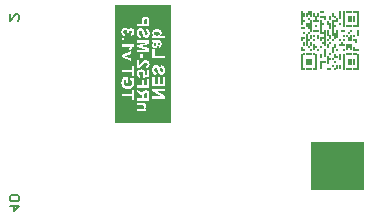
<source format=gbr>
%TF.GenerationSoftware,Altium Limited,Altium Designer,24.8.2 (39)*%
G04 Layer_Color=32896*
%FSLAX45Y45*%
%MOMM*%
%TF.SameCoordinates,B03309B8-0E9A-45A2-8570-9956D1A1A338*%
%TF.FilePolarity,Positive*%
%TF.FileFunction,Legend,Bot*%
%TF.Part,CustomerPanel*%
G01*
G75*
%TA.AperFunction,NonConductor*%
%ADD43C,0.15000*%
%ADD45R,0.14996X0.20000*%
%ADD46R,0.15001X0.40000*%
%ADD47R,0.15001X0.20000*%
%ADD48R,0.15001X0.80000*%
%ADD49R,0.15001X0.60000*%
%ADD50R,0.15001X1.40000*%
%ADD51R,0.14996X0.60000*%
%ADD52R,0.14996X1.40000*%
%ADD53R,0.15001X1.20000*%
%ADD54R,0.15001X1.00000*%
%ADD55R,0.14996X0.60005*%
%ADD56R,0.15001X0.60005*%
G36*
X4484999Y2123818D02*
Y1997265D01*
X4034999D01*
Y2123818D01*
Y2249996D01*
X4484999D01*
Y2123818D01*
D02*
G37*
G36*
Y1849996D02*
X4034999D01*
Y1997265D01*
X4484999D01*
Y1849996D01*
D02*
G37*
G36*
X2849999Y2414997D02*
X2690612D01*
Y2819518D01*
X2799730D01*
X2690612D01*
Y2414997D01*
X2560402D01*
Y3131290D01*
X2560402D01*
Y2414996D01*
X2379999D01*
Y3414996D01*
X2560402D01*
Y3217015D01*
X2592025D01*
X2591415Y3216939D01*
X2590577Y3216863D01*
X2589662Y3216710D01*
X2588596Y3216558D01*
X2587453Y3216406D01*
X2586157Y3216101D01*
X2584786Y3215796D01*
X2583414Y3215339D01*
X2581966Y3214882D01*
X2580442Y3214272D01*
X2578918Y3213586D01*
X2577470Y3212824D01*
X2575946Y3211910D01*
X2575870Y3211834D01*
X2575642Y3211681D01*
X2575184Y3211376D01*
X2574651Y3210995D01*
X2574041Y3210462D01*
X2573279Y3209852D01*
X2572441Y3209090D01*
X2571527Y3208252D01*
X2570612Y3207262D01*
X2569622Y3206195D01*
X2568631Y3205052D01*
X2567717Y3203756D01*
X2566726Y3202385D01*
X2565812Y3200937D01*
X2564974Y3199337D01*
X2564212Y3197660D01*
X2564135Y3197584D01*
X2564059Y3197279D01*
X2563831Y3196746D01*
X2563602Y3195984D01*
X2563297Y3195146D01*
X2562992Y3194079D01*
X2562688Y3192784D01*
X2562307Y3191412D01*
X2561926Y3189812D01*
X2561621Y3188059D01*
X2561316Y3186154D01*
X2561011Y3184173D01*
X2560783Y3182039D01*
X2560554Y3179753D01*
X2560478Y3177315D01*
X2560402Y3174801D01*
Y3173429D01*
X2560478Y3172895D01*
Y3172210D01*
X2560554Y3171524D01*
X2560706Y3169847D01*
X2560859Y3167866D01*
X2561164Y3165733D01*
X2561545Y3163447D01*
X2562078Y3161008D01*
X2562688Y3158494D01*
X2563373Y3155903D01*
X2564288Y3153388D01*
X2565355Y3150874D01*
X2566574Y3148435D01*
X2568022Y3146149D01*
X2569622Y3144016D01*
X2569698Y3143863D01*
X2570079Y3143558D01*
X2570612Y3143025D01*
X2571374Y3142339D01*
X2572289Y3141501D01*
X2573508Y3140510D01*
X2574880Y3139520D01*
X2576480Y3138453D01*
X2578232Y3137310D01*
X2580290Y3136243D01*
X2582500Y3135176D01*
X2584862Y3134186D01*
X2587529Y3133195D01*
X2590348Y3132433D01*
X2593396Y3131747D01*
X2596597Y3131290D01*
D01*
X2598578Y3152017D01*
X2598425D01*
X2598121Y3152093D01*
X2597587Y3152245D01*
X2596901Y3152398D01*
X2595987Y3152626D01*
X2594996Y3152931D01*
X2593930Y3153236D01*
X2592787Y3153617D01*
X2590272Y3154684D01*
X2588977Y3155293D01*
X2587681Y3155979D01*
X2586462Y3156741D01*
X2585319Y3157579D01*
X2584252Y3158570D01*
X2583262Y3159560D01*
X2583185Y3159637D01*
X2583033Y3159865D01*
X2582804Y3160170D01*
X2582500Y3160627D01*
X2582119Y3161161D01*
X2581738Y3161923D01*
X2581280Y3162685D01*
X2580823Y3163675D01*
X2580366Y3164666D01*
X2579909Y3165885D01*
X2579528Y3167104D01*
X2579147Y3168476D01*
X2578842Y3170000D01*
X2578613Y3171600D01*
X2578461Y3173276D01*
X2578385Y3175029D01*
Y3176020D01*
X2578461Y3176705D01*
X2578537Y3177544D01*
X2578613Y3178534D01*
X2578766Y3179677D01*
X2578918Y3180820D01*
X2579452Y3183335D01*
X2579833Y3184630D01*
X2580214Y3185926D01*
X2580747Y3187145D01*
X2581280Y3188364D01*
X2581966Y3189507D01*
X2582728Y3190498D01*
X2582804Y3190574D01*
X2582957Y3190726D01*
X2583185Y3190955D01*
X2583490Y3191336D01*
X2583947Y3191717D01*
X2584405Y3192174D01*
X2585014Y3192631D01*
X2585624Y3193165D01*
X2587148Y3194079D01*
X2588824Y3194917D01*
X2589815Y3195298D01*
X2590729Y3195527D01*
X2591796Y3195679D01*
X2592863Y3195755D01*
X2592939D01*
X2593015D01*
X2593472D01*
X2594158Y3195679D01*
X2595073Y3195451D01*
X2596063Y3195222D01*
X2597130Y3194841D01*
X2598197Y3194308D01*
X2599187Y3193546D01*
X2599340Y3193469D01*
X2599645Y3193088D01*
X2600102Y3192555D01*
X2600788Y3191793D01*
X2601473Y3190726D01*
X2602312Y3189355D01*
X2603074Y3187754D01*
X2603455Y3186840D01*
X2603836Y3185849D01*
Y3185773D01*
X2603912Y3185697D01*
X2603988Y3185392D01*
X2604064Y3185087D01*
X2604217Y3184554D01*
X2604445Y3183944D01*
X2604674Y3183182D01*
X2604902Y3182344D01*
X2605207Y3181277D01*
X2605512Y3180058D01*
X2605893Y3178687D01*
X2606350Y3177086D01*
X2606807Y3175334D01*
X2607265Y3173353D01*
X2607798Y3171143D01*
X2608408Y3168781D01*
Y3168704D01*
X2608484Y3168552D01*
Y3168323D01*
X2608636Y3168019D01*
X2608712Y3167638D01*
X2608865Y3167180D01*
X2609170Y3166037D01*
X2609551Y3164590D01*
X2610084Y3162989D01*
X2610694Y3161237D01*
X2611303Y3159408D01*
X2612065Y3157427D01*
X2612827Y3155446D01*
X2613665Y3153388D01*
X2614580Y3151483D01*
X2615570Y3149578D01*
X2616637Y3147826D01*
X2617704Y3146225D01*
X2618847Y3144778D01*
X2618923Y3144701D01*
X2619228Y3144397D01*
X2619761Y3143863D01*
X2620371Y3143254D01*
X2621209Y3142568D01*
X2622276Y3141730D01*
X2623419Y3140815D01*
X2624791Y3139977D01*
X2626238Y3139063D01*
X2627839Y3138148D01*
X2629591Y3137310D01*
X2631420Y3136624D01*
X2633401Y3136015D01*
X2635535Y3135481D01*
X2637745Y3135176D01*
X2640031Y3135100D01*
X2640107D01*
X2640412D01*
X2640793D01*
X2641402Y3135176D01*
X2642088Y3135253D01*
X2642926Y3135329D01*
X2643917Y3135481D01*
X2644984Y3135634D01*
X2646050Y3135938D01*
X2647270Y3136167D01*
X2648489Y3136548D01*
X2649784Y3137005D01*
X2651156Y3137539D01*
X2652451Y3138148D01*
X2653823Y3138834D01*
X2655118Y3139596D01*
X2655194Y3139672D01*
X2655423Y3139825D01*
X2655804Y3140053D01*
X2656261Y3140434D01*
X2656871Y3140891D01*
X2657557Y3141501D01*
X2658242Y3142187D01*
X2659081Y3142949D01*
X2659919Y3143863D01*
X2660833Y3144854D01*
X2661671Y3145921D01*
X2662586Y3147064D01*
X2663424Y3148359D01*
X2664262Y3149731D01*
X2665100Y3151178D01*
X2665786Y3152779D01*
X2665862Y3152855D01*
X2665939Y3153160D01*
X2666167Y3153693D01*
X2666396Y3154303D01*
X2666624Y3155141D01*
X2667005Y3156131D01*
X2667310Y3157274D01*
X2667691Y3158570D01*
X2667996Y3160018D01*
X2668377Y3161618D01*
X2668682Y3163294D01*
X2668910Y3165123D01*
X2669215Y3167104D01*
X2669368Y3169162D01*
X2669444Y3171295D01*
X2669520Y3173505D01*
Y3174877D01*
X2669444Y3175410D01*
Y3176020D01*
X2669368Y3176782D01*
X2669291Y3178458D01*
X2669063Y3180363D01*
X2668758Y3182420D01*
X2668453Y3184706D01*
X2667996Y3187069D01*
X2667386Y3189507D01*
X2666701Y3192022D01*
X2665862Y3194536D01*
X2664796Y3196898D01*
X2663653Y3199261D01*
X2662281Y3201394D01*
X2660757Y3203375D01*
X2660681Y3203528D01*
X2660376Y3203833D01*
X2659843Y3204290D01*
X2659157Y3204976D01*
X2658319Y3205738D01*
X2657252Y3206576D01*
X2656033Y3207490D01*
X2654585Y3208481D01*
X2653061Y3209471D01*
X2651308Y3210386D01*
X2649403Y3211300D01*
X2647346Y3212062D01*
X2645136Y3212824D01*
X2642774Y3213358D01*
X2640259Y3213739D01*
X2637592Y3213967D01*
X2636678Y3192707D01*
X2636754D01*
X2637059Y3192631D01*
X2637440Y3192555D01*
X2637973Y3192403D01*
X2638659Y3192250D01*
X2639421Y3192022D01*
X2640259Y3191793D01*
X2641174Y3191488D01*
X2643079Y3190650D01*
X2644984Y3189659D01*
X2646812Y3188364D01*
X2647651Y3187678D01*
X2648336Y3186840D01*
X2648413Y3186764D01*
X2648489Y3186611D01*
X2648641Y3186383D01*
X2648870Y3186002D01*
X2649175Y3185545D01*
X2649479Y3184935D01*
X2649784Y3184249D01*
X2650165Y3183487D01*
X2650470Y3182573D01*
X2650775Y3181582D01*
X2651080Y3180439D01*
X2651384Y3179220D01*
X2651613Y3177925D01*
X2651765Y3176553D01*
X2651918Y3174953D01*
Y3172438D01*
X2651842Y3171829D01*
X2651765Y3171067D01*
X2651689Y3170152D01*
X2651613Y3169162D01*
X2651461Y3168019D01*
X2651003Y3165733D01*
X2650318Y3163294D01*
X2649860Y3162075D01*
X2649327Y3160932D01*
X2648717Y3159865D01*
X2648032Y3158798D01*
X2647955Y3158646D01*
X2647574Y3158265D01*
X2647041Y3157732D01*
X2646279Y3157122D01*
X2645365Y3156512D01*
X2644298Y3155979D01*
X2643002Y3155598D01*
X2642317Y3155522D01*
X2641555Y3155446D01*
X2641478D01*
X2641402D01*
X2640945Y3155522D01*
X2640259Y3155598D01*
X2639345Y3155827D01*
X2638354Y3156208D01*
X2637287Y3156741D01*
X2636221Y3157503D01*
X2635154Y3158570D01*
Y3158646D01*
X2635001Y3158798D01*
X2634849Y3159027D01*
X2634544Y3159484D01*
X2634239Y3160018D01*
X2633858Y3160703D01*
X2633477Y3161542D01*
X2633020Y3162532D01*
X2632487Y3163751D01*
X2631953Y3165123D01*
X2631344Y3166723D01*
X2630734Y3168552D01*
X2630048Y3170609D01*
X2629439Y3172819D01*
X2628753Y3175410D01*
X2628067Y3178153D01*
Y3178229D01*
X2627991Y3178306D01*
Y3178534D01*
X2627915Y3178839D01*
X2627686Y3179601D01*
X2627458Y3180668D01*
X2627077Y3181963D01*
X2626696Y3183487D01*
X2626238Y3185087D01*
X2625781Y3186840D01*
X2625172Y3188669D01*
X2624638Y3190574D01*
X2623343Y3194384D01*
X2622657Y3196213D01*
X2621895Y3197965D01*
X2621209Y3199642D01*
X2620447Y3201089D01*
X2620371Y3201166D01*
X2620295Y3201394D01*
X2620066Y3201775D01*
X2619761Y3202309D01*
X2619304Y3202918D01*
X2618847Y3203680D01*
X2618314Y3204442D01*
X2617628Y3205357D01*
X2616942Y3206271D01*
X2616104Y3207185D01*
X2615266Y3208176D01*
X2614275Y3209167D01*
X2612141Y3211072D01*
X2610922Y3211910D01*
X2609703Y3212748D01*
X2609627Y3212824D01*
X2609398Y3212900D01*
X2609017Y3213129D01*
X2608484Y3213434D01*
X2607798Y3213739D01*
X2607036Y3214120D01*
X2606122Y3214501D01*
X2605055Y3214882D01*
X2603912Y3215263D01*
X2602616Y3215644D01*
X2601245Y3216025D01*
X2599797Y3216329D01*
X2598197Y3216634D01*
X2596520Y3216863D01*
X2594768Y3216939D01*
X2592939Y3217015D01*
X2669520D01*
X2560402D01*
Y3414997D01*
X2690612D01*
Y2905243D01*
D01*
Y3414997D01*
X2849999D01*
Y2414997D01*
D02*
G37*
%LPC*%
G36*
X2635306Y3315618D02*
X2562307D01*
X2634392D01*
X2633706Y3315542D01*
X2632868D01*
X2631877Y3315466D01*
X2630810Y3315313D01*
X2629591Y3315161D01*
X2628372Y3315008D01*
X2627000Y3314780D01*
X2624257Y3314094D01*
X2621514Y3313256D01*
X2620219Y3312646D01*
X2618923Y3312037D01*
X2618847Y3311960D01*
X2618618Y3311884D01*
X2618314Y3311656D01*
X2617856Y3311427D01*
X2617323Y3311046D01*
X2616637Y3310665D01*
X2615189Y3309598D01*
X2613513Y3308303D01*
X2611760Y3306779D01*
X2610084Y3305026D01*
X2608560Y3303121D01*
X2608484Y3303045D01*
X2608408Y3302893D01*
X2608179Y3302588D01*
X2607950Y3302207D01*
X2607646Y3301673D01*
X2607265Y3301140D01*
X2606884Y3300454D01*
X2606503Y3299692D01*
X2605664Y3298016D01*
X2604826Y3296187D01*
X2604064Y3294206D01*
X2603531Y3292072D01*
Y3291996D01*
X2603455Y3291691D01*
X2603378Y3291310D01*
X2603302Y3290624D01*
X2603226Y3289862D01*
X2603074Y3288872D01*
X2602921Y3287805D01*
X2602845Y3286433D01*
X2602693Y3284986D01*
X2602540Y3283385D01*
X2602388Y3281557D01*
X2602312Y3279575D01*
X2602235Y3277442D01*
X2602159Y3275156D01*
X2602083Y3272641D01*
Y3256182D01*
X2562307D01*
Y3234922D01*
X2667767D01*
Y3272108D01*
X2667691Y3273708D01*
Y3275461D01*
X2667615Y3277366D01*
X2667539Y3279423D01*
X2667386Y3283690D01*
X2667234Y3285824D01*
X2667082Y3287881D01*
X2666929Y3289786D01*
X2666701Y3291539D01*
X2666472Y3293063D01*
X2666320Y3293672D01*
X2666167Y3294282D01*
Y3294358D01*
X2666015Y3294663D01*
X2665862Y3295196D01*
X2665710Y3295806D01*
X2665405Y3296568D01*
X2665024Y3297482D01*
X2664567Y3298473D01*
X2663957Y3299616D01*
X2663348Y3300759D01*
X2662586Y3301978D01*
X2661748Y3303197D01*
X2660833Y3304493D01*
X2659766Y3305788D01*
X2658547Y3307084D01*
X2657252Y3308303D01*
X2655804Y3309446D01*
X2655728Y3309522D01*
X2655423Y3309751D01*
X2654966Y3310055D01*
X2654356Y3310436D01*
X2653594Y3310894D01*
X2652604Y3311427D01*
X2651537Y3311960D01*
X2650241Y3312570D01*
X2648870Y3313103D01*
X2647346Y3313637D01*
X2645669Y3314170D01*
X2643841Y3314627D01*
X2641859Y3315085D01*
X2639802Y3315389D01*
X2637592Y3315542D01*
X2635306Y3315618D01*
D02*
G37*
G36*
X2537938Y3221282D02*
D01*
Y3186002D01*
X2537862Y3186764D01*
X2537785Y3187754D01*
X2537633Y3189050D01*
X2537404Y3190498D01*
X2537176Y3192098D01*
X2536719Y3193850D01*
X2536261Y3195755D01*
X2535652Y3197660D01*
X2534814Y3199642D01*
X2533899Y3201623D01*
X2532832Y3203604D01*
X2531537Y3205585D01*
X2530089Y3207414D01*
X2528413Y3209167D01*
X2528337Y3209243D01*
X2528032Y3209471D01*
X2527651Y3209852D01*
X2527041Y3210310D01*
X2526279Y3210919D01*
X2525441Y3211529D01*
X2524450Y3212215D01*
X2523307Y3212900D01*
X2522088Y3213586D01*
X2520717Y3214272D01*
X2519269Y3214882D01*
X2517745Y3215491D01*
X2516145Y3215948D01*
X2514468Y3216329D01*
X2512716Y3216558D01*
X2510887Y3216634D01*
X2510734D01*
X2510277D01*
X2509591Y3216558D01*
X2508601Y3216406D01*
X2507382Y3216177D01*
X2506086Y3215796D01*
X2504562Y3215339D01*
X2502886Y3214729D01*
X2501209Y3213891D01*
X2499381Y3212900D01*
X2497552Y3211681D01*
X2495647Y3210233D01*
X2493818Y3208481D01*
X2492904Y3207490D01*
X2492065Y3206423D01*
X2491151Y3205280D01*
X2490313Y3204061D01*
X2489475Y3202766D01*
X2488713Y3201394D01*
Y3201470D01*
X2488636Y3201775D01*
X2488484Y3202232D01*
X2488332Y3202918D01*
X2488103Y3203680D01*
X2487722Y3204518D01*
X2487341Y3205509D01*
X2486884Y3206576D01*
X2486350Y3207719D01*
X2485741Y3208938D01*
X2485055Y3210157D01*
X2484217Y3211300D01*
X2483379Y3212519D01*
X2482312Y3213662D01*
X2481245Y3214805D01*
X2480026Y3215872D01*
X2479950Y3215948D01*
X2479721Y3216101D01*
X2479340Y3216406D01*
X2478807Y3216710D01*
X2478197Y3217091D01*
X2477359Y3217549D01*
X2476444Y3218082D01*
X2475454Y3218615D01*
X2474311Y3219073D01*
X2473092Y3219606D01*
X2471720Y3220063D01*
X2470272Y3220444D01*
X2468748Y3220749D01*
X2467148Y3221054D01*
X2465472Y3221206D01*
X2463719Y3221282D01*
X2463109D01*
X2462347Y3221206D01*
X2461357Y3221130D01*
X2460214Y3220978D01*
X2458766Y3220749D01*
X2457242Y3220444D01*
X2455566Y3219987D01*
X2453737Y3219454D01*
X2451832Y3218768D01*
X2449851Y3217930D01*
X2447869Y3217015D01*
X2445812Y3215796D01*
X2443831Y3214424D01*
X2441926Y3212900D01*
X2440021Y3211072D01*
X2439945Y3210919D01*
X2439640Y3210614D01*
X2439106Y3210005D01*
X2438497Y3209243D01*
X2437735Y3208252D01*
X2436973Y3207109D01*
X2436058Y3205661D01*
X2435144Y3204137D01*
X2434230Y3202385D01*
X2433391Y3200480D01*
X2432553Y3198422D01*
X2431791Y3196136D01*
X2431182Y3193774D01*
X2430724Y3191260D01*
X2430343Y3188593D01*
X2430267Y3185849D01*
Y3185240D01*
X2430343Y3184478D01*
X2430420Y3183487D01*
X2430496Y3182268D01*
X2430724Y3180820D01*
X2430953Y3179296D01*
X2431334Y3177544D01*
X2431715Y3175715D01*
X2432248Y3173810D01*
X2432934Y3171829D01*
X2433772Y3169847D01*
X2434687Y3167866D01*
X2435754Y3165885D01*
X2437049Y3163980D01*
X2438497Y3162151D01*
X2438573Y3162075D01*
X2438878Y3161770D01*
X2439335Y3161237D01*
X2440021Y3160627D01*
X2440783Y3159941D01*
X2441773Y3159103D01*
X2442993Y3158189D01*
X2444288Y3157274D01*
X2445736Y3156284D01*
X2447336Y3155369D01*
X2449165Y3154455D01*
X2451070Y3153541D01*
X2453051Y3152779D01*
X2455261Y3152169D01*
X2457547Y3151636D01*
X2459985Y3151255D01*
X2462424Y3170838D01*
X2462347D01*
X2462119Y3170914D01*
X2461738D01*
X2461204Y3171067D01*
X2460519Y3171143D01*
X2459833Y3171371D01*
X2458995Y3171524D01*
X2458156Y3171829D01*
X2456328Y3172438D01*
X2454423Y3173353D01*
X2452518Y3174419D01*
X2451679Y3175105D01*
X2450917Y3175791D01*
X2450841Y3175867D01*
X2450765Y3176020D01*
X2450536Y3176248D01*
X2450308Y3176553D01*
X2450003Y3176934D01*
X2449698Y3177391D01*
X2449012Y3178610D01*
X2448250Y3180058D01*
X2447641Y3181735D01*
X2447184Y3183640D01*
X2447107Y3184630D01*
X2447031Y3185697D01*
Y3186307D01*
X2447107Y3186764D01*
X2447184Y3187297D01*
X2447260Y3187907D01*
X2447641Y3189355D01*
X2448174Y3191031D01*
X2448555Y3191869D01*
X2449012Y3192784D01*
X2449546Y3193698D01*
X2450232Y3194536D01*
X2450917Y3195374D01*
X2451756Y3196213D01*
X2451832Y3196289D01*
X2451984Y3196365D01*
X2452213Y3196594D01*
X2452594Y3196898D01*
X2453127Y3197203D01*
X2453661Y3197584D01*
X2454346Y3197965D01*
X2455108Y3198422D01*
X2456023Y3198803D01*
X2456937Y3199184D01*
X2458004Y3199565D01*
X2459147Y3199870D01*
X2460366Y3200175D01*
X2461662Y3200404D01*
X2463109Y3200480D01*
X2464557Y3200556D01*
X2464633D01*
X2464862D01*
X2465319D01*
X2465853Y3200480D01*
X2466462Y3200404D01*
X2467224Y3200327D01*
X2468062Y3200251D01*
X2468901Y3200023D01*
X2470882Y3199565D01*
X2472863Y3198803D01*
X2473854Y3198346D01*
X2474844Y3197813D01*
X2475835Y3197203D01*
X2476673Y3196441D01*
X2476749Y3196365D01*
X2476902Y3196289D01*
X2477054Y3196060D01*
X2477359Y3195679D01*
X2477740Y3195298D01*
X2478121Y3194841D01*
X2478959Y3193622D01*
X2479721Y3192174D01*
X2480483Y3190498D01*
X2480788Y3189583D01*
X2480940Y3188593D01*
X2481093Y3187526D01*
X2481169Y3186459D01*
Y3185773D01*
X2481093Y3185392D01*
Y3184935D01*
X2481016Y3183868D01*
X2480788Y3182497D01*
X2480559Y3180896D01*
X2480178Y3179144D01*
X2479645Y3177239D01*
X2496104Y3179449D01*
Y3180820D01*
X2496180Y3181506D01*
X2496256Y3182268D01*
X2496333Y3183182D01*
X2496485Y3184097D01*
X2496866Y3186154D01*
X2497476Y3188212D01*
X2497933Y3189278D01*
X2498390Y3190269D01*
X2498923Y3191183D01*
X2499609Y3192022D01*
X2499685Y3192098D01*
X2499762Y3192174D01*
X2499990Y3192403D01*
X2500295Y3192707D01*
X2500676Y3193012D01*
X2501133Y3193393D01*
X2501667Y3193774D01*
X2502276Y3194231D01*
X2503724Y3194993D01*
X2505477Y3195679D01*
X2506391Y3195984D01*
X2507458Y3196213D01*
X2508525Y3196289D01*
X2509668Y3196365D01*
X2509744D01*
X2509896D01*
X2510201D01*
X2510582Y3196289D01*
X2511039D01*
X2511496Y3196213D01*
X2512716Y3195984D01*
X2514087Y3195603D01*
X2515459Y3194993D01*
X2516830Y3194231D01*
X2518126Y3193165D01*
X2518278Y3193012D01*
X2518659Y3192555D01*
X2519116Y3191869D01*
X2519726Y3190879D01*
X2520336Y3189659D01*
X2520793Y3188212D01*
X2521174Y3186611D01*
X2521326Y3184706D01*
Y3184173D01*
X2521250Y3183868D01*
Y3183411D01*
X2521174Y3182878D01*
X2520869Y3181658D01*
X2520412Y3180287D01*
X2519802Y3178763D01*
X2518888Y3177239D01*
X2518278Y3176477D01*
X2517669Y3175791D01*
X2517592Y3175715D01*
X2517516Y3175639D01*
X2517288Y3175486D01*
X2516983Y3175181D01*
X2516602Y3174953D01*
X2516145Y3174572D01*
X2515611Y3174267D01*
X2515002Y3173886D01*
X2514316Y3173505D01*
X2513554Y3173124D01*
X2512716Y3172743D01*
X2511725Y3172362D01*
X2510734Y3172057D01*
X2509668Y3171752D01*
X2508448Y3171524D01*
X2507229Y3171371D01*
X2510353Y3152779D01*
X2510430D01*
X2510811Y3152855D01*
X2511268Y3153007D01*
X2511954Y3153160D01*
X2512792Y3153312D01*
X2513706Y3153617D01*
X2514773Y3153845D01*
X2515840Y3154226D01*
X2518278Y3155065D01*
X2520869Y3156055D01*
X2523384Y3157198D01*
X2524527Y3157884D01*
X2525670Y3158570D01*
X2525746Y3158646D01*
X2525898Y3158722D01*
X2526203Y3158951D01*
X2526584Y3159332D01*
X2527117Y3159713D01*
X2527651Y3160170D01*
X2528260Y3160780D01*
X2528946Y3161465D01*
X2529632Y3162151D01*
X2530394Y3162989D01*
X2531156Y3163904D01*
X2531842Y3164894D01*
X2532604Y3165961D01*
X2533366Y3167028D01*
X2534661Y3169543D01*
X2534737Y3169619D01*
X2534814Y3169847D01*
X2534966Y3170228D01*
X2535195Y3170762D01*
X2535423Y3171448D01*
X2535728Y3172210D01*
X2536033Y3173124D01*
X2536338Y3174115D01*
X2536642Y3175258D01*
X2536871Y3176477D01*
X2537176Y3177772D01*
X2537404Y3179144D01*
X2537785Y3182116D01*
X2537938Y3183716D01*
Y3151255D01*
X2430267D01*
X2537938D01*
Y3221282D01*
D02*
G37*
G36*
X2797978Y3209509D02*
Y3155103D01*
X2759954D01*
X2760106Y3155179D01*
X2760411Y3155560D01*
X2760945Y3156017D01*
X2761630Y3156779D01*
X2762469Y3157617D01*
X2763307Y3158684D01*
X2764297Y3159979D01*
X2765288Y3161351D01*
X2766279Y3162875D01*
X2767269Y3164551D01*
X2768184Y3166380D01*
X2768946Y3168361D01*
X2769631Y3170419D01*
X2770165Y3172552D01*
X2770470Y3174838D01*
X2770622Y3177201D01*
Y3177810D01*
X2770546Y3178572D01*
X2770470Y3179563D01*
X2770317Y3180706D01*
X2770089Y3182154D01*
X2769784Y3183678D01*
X2769327Y3185354D01*
X2768793Y3187183D01*
X2768184Y3189012D01*
X2767345Y3190917D01*
X2766355Y3192898D01*
X2765212Y3194803D01*
X2763840Y3196784D01*
X2762240Y3198613D01*
X2760487Y3200365D01*
X2760335Y3200442D01*
X2760030Y3200746D01*
X2759421Y3201204D01*
X2758582Y3201813D01*
X2757592Y3202499D01*
X2756296Y3203261D01*
X2754772Y3204099D01*
X2753096Y3204937D01*
X2751115Y3205776D01*
X2748981Y3206614D01*
X2746543Y3207376D01*
X2743952Y3208062D01*
X2741133Y3208671D01*
X2738161Y3209128D01*
X2734884Y3209433D01*
X2731455Y3209509D01*
X2797978D01*
X2731455D01*
D01*
X2730160D01*
X2729550Y3209433D01*
X2728941D01*
X2728255Y3209357D01*
X2726578Y3209205D01*
X2724673Y3209052D01*
X2722616Y3208747D01*
X2720330Y3208366D01*
X2717968Y3207833D01*
X2715453Y3207223D01*
X2712939Y3206461D01*
X2710500Y3205547D01*
X2707986Y3204480D01*
X2705623Y3203261D01*
X2703337Y3201813D01*
X2701280Y3200137D01*
X2701128Y3200061D01*
X2700823Y3199680D01*
X2700289Y3199222D01*
X2699604Y3198460D01*
X2698842Y3197546D01*
X2697927Y3196479D01*
X2697013Y3195260D01*
X2696022Y3193812D01*
X2695032Y3192288D01*
X2694117Y3190536D01*
X2693203Y3188631D01*
X2692441Y3186649D01*
X2691755Y3184516D01*
X2691222Y3182306D01*
X2690917Y3179944D01*
X2690764Y3177505D01*
Y3176896D01*
X2690841Y3176362D01*
Y3175829D01*
X2690917Y3175067D01*
X2691069Y3174305D01*
X2691145Y3173467D01*
X2691603Y3171486D01*
X2692136Y3169276D01*
X2692974Y3166914D01*
X2693431Y3165771D01*
X2694041Y3164551D01*
X2694117Y3164475D01*
X2694193Y3164247D01*
X2694422Y3163942D01*
X2694651Y3163485D01*
X2695032Y3162951D01*
X2695413Y3162342D01*
X2695946Y3161580D01*
X2696479Y3160818D01*
X2697851Y3159141D01*
X2699527Y3157312D01*
X2701432Y3155407D01*
X2703718Y3153655D01*
X2692517D01*
Y3134910D01*
X2690764D01*
D01*
X2797978D01*
Y3209509D01*
D02*
G37*
G36*
X2452289Y3135557D02*
X2432096D01*
Y3115364D01*
X2452289D01*
Y3135557D01*
D02*
G37*
G36*
X2537938Y3080846D02*
X2432096D01*
Y3060653D01*
X2508220D01*
X2508067Y3060500D01*
X2507763Y3060119D01*
X2507229Y3059510D01*
X2506543Y3058672D01*
X2505705Y3057605D01*
X2504715Y3056309D01*
X2503572Y3054862D01*
X2502429Y3053185D01*
X2501209Y3051356D01*
X2499914Y3049375D01*
X2498619Y3047242D01*
X2497399Y3044956D01*
X2496180Y3042517D01*
X2494961Y3039926D01*
X2493894Y3037259D01*
X2492904Y3034516D01*
X2432096D01*
X2537938D01*
Y3061605D01*
Y3034516D01*
X2511268D01*
Y3034592D01*
X2511420Y3034897D01*
X2511573Y3035278D01*
X2511801Y3035888D01*
X2512106Y3036650D01*
X2512411Y3037488D01*
X2512868Y3038479D01*
X2513401Y3039622D01*
X2514087Y3040841D01*
X2514773Y3042136D01*
X2515535Y3043584D01*
X2516449Y3045032D01*
X2517440Y3046632D01*
X2518507Y3048232D01*
X2519726Y3049909D01*
X2521021Y3051661D01*
X2521098Y3051737D01*
X2521326Y3052042D01*
X2521783Y3052576D01*
X2522317Y3053185D01*
X2523003Y3053947D01*
X2523841Y3054785D01*
X2524755Y3055700D01*
X2525822Y3056767D01*
X2527041Y3057757D01*
X2528337Y3058824D01*
X2529708Y3059891D01*
X2531232Y3060958D01*
X2532756Y3061948D01*
X2534433Y3062863D01*
X2536185Y3063701D01*
X2537938Y3064387D01*
Y3061910D01*
D01*
Y3080846D01*
D02*
G37*
G36*
X2692517Y3120279D02*
D01*
Y3100315D01*
X2692593D01*
X2692898Y3100162D01*
X2693355Y3100010D01*
X2694041Y3099781D01*
X2694879Y3099477D01*
X2695870Y3099096D01*
X2697089Y3098715D01*
X2698461Y3098334D01*
X2698537D01*
X2698765Y3098257D01*
X2699070Y3098181D01*
X2699451Y3098029D01*
X2700213Y3097800D01*
X2700518Y3097724D01*
X2700823Y3097648D01*
X2700747Y3097572D01*
X2700594Y3097419D01*
X2700366Y3097114D01*
X2699985Y3096733D01*
X2699604Y3096276D01*
X2699070Y3095667D01*
X2698537Y3095057D01*
X2698003Y3094295D01*
X2696784Y3092695D01*
X2695489Y3090790D01*
X2694346Y3088732D01*
X2693279Y3086523D01*
Y3086446D01*
X2693203Y3086294D01*
X2693050Y3085913D01*
X2692898Y3085532D01*
X2692669Y3084922D01*
X2692517Y3084313D01*
X2692288Y3083551D01*
X2692060Y3082789D01*
X2691755Y3081874D01*
X2691526Y3080884D01*
X2691145Y3078750D01*
X2690841Y3076388D01*
X2690764Y3073950D01*
Y3048575D01*
X2770622D01*
D01*
X2713929D01*
X2714386Y3048651D01*
X2714996D01*
X2715606Y3048727D01*
X2716368Y3048804D01*
X2717206Y3048956D01*
X2718958Y3049337D01*
X2720940Y3049870D01*
X2722921Y3050632D01*
X2724826Y3051623D01*
X2724902Y3051699D01*
X2725054Y3051775D01*
X2725283Y3051928D01*
X2725664Y3052233D01*
X2726578Y3052918D01*
X2727721Y3053909D01*
X2728941Y3055128D01*
X2730236Y3056576D01*
X2731531Y3058329D01*
X2732598Y3060310D01*
Y3060386D01*
X2732751Y3060538D01*
X2732903Y3060919D01*
X2733055Y3061377D01*
X2733284Y3061910D01*
X2733589Y3062596D01*
X2733894Y3063434D01*
X2734198Y3064425D01*
X2734579Y3065491D01*
X2734960Y3066711D01*
X2735341Y3068006D01*
X2735722Y3069454D01*
X2736180Y3070978D01*
X2736561Y3072654D01*
X2736942Y3074483D01*
X2737323Y3076388D01*
Y3076540D01*
X2737475Y3076998D01*
X2737551Y3077760D01*
X2737780Y3078674D01*
X2738008Y3079817D01*
X2738313Y3081189D01*
X2738618Y3082636D01*
X2738923Y3084160D01*
X2739761Y3087437D01*
X2740599Y3090637D01*
X2740980Y3092161D01*
X2741437Y3093609D01*
X2741895Y3094905D01*
X2742352Y3096048D01*
X2744333D01*
X2744409D01*
X2744562D01*
X2744866D01*
X2745247Y3095971D01*
X2745781D01*
X2746314Y3095895D01*
X2747533Y3095667D01*
X2748905Y3095362D01*
X2750277Y3094828D01*
X2751572Y3094143D01*
X2752105Y3093685D01*
X2752639Y3093152D01*
X2752715Y3093000D01*
X2752867Y3092847D01*
X2753020Y3092542D01*
X2753248Y3092238D01*
X2753401Y3091780D01*
X2753629Y3091323D01*
X2753934Y3090714D01*
X2754163Y3090028D01*
X2754391Y3089190D01*
X2754544Y3088351D01*
X2754772Y3087361D01*
X2754925Y3086218D01*
X2755077Y3084999D01*
X2755153Y3083703D01*
Y3081341D01*
X2755077Y3080884D01*
Y3080350D01*
X2754925Y3079207D01*
X2754620Y3077836D01*
X2754239Y3076388D01*
X2753706Y3075016D01*
X2753020Y3073797D01*
X2752944Y3073645D01*
X2752639Y3073340D01*
X2752029Y3072730D01*
X2751267Y3072121D01*
X2750277Y3071359D01*
X2748981Y3070521D01*
X2747381Y3069759D01*
X2745552Y3068997D01*
X2748829Y3050632D01*
X2748981Y3050709D01*
X2749286Y3050785D01*
X2749896Y3050937D01*
X2750658Y3051242D01*
X2751572Y3051547D01*
X2752639Y3052004D01*
X2753782Y3052537D01*
X2755001Y3053071D01*
X2756373Y3053757D01*
X2757668Y3054595D01*
X2759040Y3055433D01*
X2760411Y3056424D01*
X2761707Y3057414D01*
X2763002Y3058633D01*
X2764145Y3059853D01*
X2765212Y3061224D01*
X2765288Y3061300D01*
X2765440Y3061605D01*
X2765745Y3062062D01*
X2766050Y3062672D01*
X2766431Y3063434D01*
X2766888Y3064425D01*
X2767422Y3065568D01*
X2767955Y3066939D01*
X2768412Y3068387D01*
X2768946Y3070063D01*
X2769403Y3071968D01*
X2769784Y3073950D01*
X2770089Y3076159D01*
X2770393Y3078522D01*
X2770546Y3081036D01*
X2770622Y3083779D01*
Y3085075D01*
X2770546Y3085989D01*
Y3087132D01*
X2770470Y3088428D01*
X2770393Y3089875D01*
X2770241Y3091399D01*
X2770089Y3093000D01*
X2769860Y3094676D01*
X2769250Y3098029D01*
X2768946Y3099629D01*
X2768488Y3101229D01*
X2767955Y3102677D01*
X2767422Y3103972D01*
Y3104049D01*
X2767269Y3104277D01*
X2767117Y3104582D01*
X2766812Y3105039D01*
X2766507Y3105573D01*
X2766126Y3106182D01*
X2765212Y3107630D01*
X2763993Y3109154D01*
X2762621Y3110678D01*
X2761021Y3112126D01*
X2760183Y3112735D01*
X2759268Y3113269D01*
X2759192D01*
X2759040Y3113421D01*
X2758735Y3113497D01*
X2758278Y3113726D01*
X2757744Y3113878D01*
X2756982Y3114107D01*
X2756144Y3114412D01*
X2755153Y3114640D01*
X2754010Y3114869D01*
X2752639Y3115174D01*
X2751191Y3115402D01*
X2749515Y3115555D01*
X2747686Y3115783D01*
X2745705Y3115860D01*
X2743495Y3116012D01*
X2741133D01*
X2717587Y3115707D01*
X2717511D01*
X2717130D01*
X2716596D01*
X2715910D01*
X2715072D01*
X2714158Y3115783D01*
X2713091D01*
X2711948Y3115860D01*
X2709510Y3115936D01*
X2707071Y3116088D01*
X2705852Y3116164D01*
X2704709Y3116317D01*
X2703718Y3116469D01*
X2702728Y3116622D01*
X2702652D01*
X2702499Y3116698D01*
X2702271D01*
X2701890Y3116850D01*
X2701432Y3116926D01*
X2700899Y3117079D01*
X2699680Y3117460D01*
X2698156Y3117917D01*
X2696403Y3118603D01*
X2694498Y3119365D01*
X2692517Y3120279D01*
D02*
G37*
G36*
X2667767Y3115441D02*
X2562307D01*
Y3095705D01*
X2645288Y3095629D01*
X2562307Y3074750D01*
Y3054252D01*
X2645288Y3033449D01*
X2562307D01*
Y3013714D01*
X2667767D01*
Y3045565D01*
X2595758Y3064615D01*
X2667767Y3083437D01*
Y3115441D01*
D02*
G37*
G36*
X2797063Y3038821D02*
Y2985862D01*
X2710348D01*
Y3038821D01*
X2692517D01*
Y2964603D01*
X2797063D01*
Y3038821D01*
D02*
G37*
G36*
X2610617Y3002207D02*
X2590424D01*
Y2962507D01*
X2610617D01*
Y3002207D01*
D02*
G37*
G36*
X2508525Y3021105D02*
D01*
X2432096Y2990777D01*
Y2972566D01*
X2508525Y2941781D01*
X2432096D01*
D01*
X2508525D01*
Y3021105D01*
D02*
G37*
G36*
X2638735Y2946810D02*
X2562307D01*
Y2875944D01*
X2668148D01*
Y2915644D01*
Y2913968D01*
X2668072Y2914806D01*
X2667996Y2915873D01*
X2667920Y2917168D01*
X2667691Y2918692D01*
X2667463Y2920369D01*
X2667082Y2922197D01*
X2666624Y2924102D01*
X2666091Y2926160D01*
X2665405Y2928217D01*
X2664567Y2930198D01*
X2663576Y2932256D01*
X2662510Y2934237D01*
X2661214Y2936066D01*
X2659690Y2937818D01*
X2659614Y2937895D01*
X2659309Y2938199D01*
X2658852Y2938657D01*
X2658166Y2939190D01*
X2657328Y2939876D01*
X2656414Y2940638D01*
X2655194Y2941476D01*
X2653899Y2942314D01*
X2652451Y2943152D01*
X2650927Y2943991D01*
X2649175Y2944753D01*
X2647346Y2945438D01*
X2645365Y2945972D01*
X2643231Y2946429D01*
X2641021Y2946734D01*
X2638735Y2946810D01*
D02*
G37*
G36*
X2723149Y2905243D02*
X2699756D01*
X2722235D01*
X2721625Y2905167D01*
X2720787Y2905090D01*
X2719873Y2904938D01*
X2718806Y2904786D01*
X2717663Y2904633D01*
X2716368Y2904328D01*
X2714996Y2904024D01*
X2713624Y2903566D01*
X2712177Y2903109D01*
X2710653Y2902500D01*
X2709129Y2901814D01*
X2707681Y2901052D01*
X2706157Y2900137D01*
X2706081Y2900061D01*
X2705852Y2899909D01*
X2705395Y2899604D01*
X2704861Y2899223D01*
X2704252Y2898690D01*
X2703490Y2898080D01*
X2702652Y2897318D01*
X2701737Y2896480D01*
X2700823Y2895489D01*
X2699832Y2894422D01*
X2698842Y2893279D01*
X2697927Y2891984D01*
X2696937Y2890612D01*
X2696022Y2889165D01*
X2695184Y2887564D01*
X2694422Y2885888D01*
X2694346Y2885812D01*
X2694270Y2885507D01*
X2694041Y2884974D01*
X2693812Y2884212D01*
X2693508Y2883373D01*
X2693203Y2882307D01*
X2692898Y2881011D01*
X2692517Y2879640D01*
X2692136Y2878039D01*
X2691831Y2876287D01*
X2691526Y2874382D01*
X2691222Y2872401D01*
X2690993Y2870267D01*
X2690764Y2867981D01*
X2690688Y2865543D01*
X2690612Y2863037D01*
Y2861655D01*
X2690688Y2861123D01*
Y2860437D01*
X2690764Y2859751D01*
X2690917Y2858075D01*
X2691069Y2856094D01*
X2691374Y2853960D01*
X2691755Y2851674D01*
X2692288Y2849236D01*
X2692898Y2846721D01*
X2693584Y2844130D01*
X2694498Y2841616D01*
X2695565Y2839101D01*
X2696784Y2836663D01*
X2698232Y2834377D01*
X2699832Y2832243D01*
X2699908Y2832091D01*
X2700289Y2831786D01*
X2700823Y2831253D01*
X2701585Y2830567D01*
X2702499Y2829729D01*
X2703718Y2828738D01*
X2705090Y2827747D01*
X2706690Y2826681D01*
X2708443Y2825538D01*
X2710500Y2824471D01*
X2712710Y2823404D01*
X2715072Y2822413D01*
X2717739Y2821423D01*
X2720559Y2820661D01*
X2723607Y2819975D01*
X2726807Y2819518D01*
X2728788Y2840244D01*
X2728636D01*
X2728331Y2840320D01*
X2727798Y2840473D01*
X2727112Y2840625D01*
X2726197Y2840854D01*
X2725207Y2841159D01*
X2724140Y2841463D01*
X2722997Y2841844D01*
X2720482Y2842911D01*
X2719187Y2843521D01*
X2717892Y2844207D01*
X2716672Y2844969D01*
X2715529Y2845807D01*
X2714463Y2846797D01*
X2713472Y2847788D01*
X2713396Y2847864D01*
X2713243Y2848093D01*
X2713015Y2848398D01*
X2712710Y2848855D01*
X2712329Y2849388D01*
X2711948Y2850150D01*
X2711491Y2850912D01*
X2711034Y2851903D01*
X2710576Y2852893D01*
X2710119Y2854113D01*
X2709738Y2855332D01*
X2709357Y2856703D01*
X2709052Y2858227D01*
X2708824Y2859828D01*
X2708671Y2861504D01*
X2708595Y2863257D01*
Y2864247D01*
X2708671Y2864933D01*
X2708748Y2865771D01*
X2708824Y2866762D01*
X2708976Y2867905D01*
X2709129Y2869048D01*
X2709662Y2871562D01*
X2710043Y2872858D01*
X2710424Y2874153D01*
X2710957Y2875372D01*
X2711491Y2876592D01*
X2712177Y2877735D01*
X2712939Y2878725D01*
X2713015Y2878801D01*
X2713167Y2878954D01*
X2713396Y2879182D01*
X2713701Y2879563D01*
X2714158Y2879944D01*
X2714615Y2880402D01*
X2715225Y2880859D01*
X2715834Y2881392D01*
X2717358Y2882307D01*
X2719035Y2883145D01*
X2720025Y2883526D01*
X2720940Y2883754D01*
X2722006Y2883907D01*
X2723073Y2883983D01*
X2723149D01*
X2723226D01*
X2723683D01*
X2724369Y2883907D01*
X2725283Y2883678D01*
X2726274Y2883450D01*
X2727340Y2883069D01*
X2728407Y2882535D01*
X2729398Y2881773D01*
X2729550Y2881697D01*
X2729855Y2881316D01*
X2730312Y2880783D01*
X2730998Y2880021D01*
X2731684Y2878954D01*
X2732522Y2877582D01*
X2733284Y2875982D01*
X2733665Y2875068D01*
X2734046Y2874077D01*
Y2874001D01*
X2734122Y2873925D01*
X2734198Y2873620D01*
X2734275Y2873315D01*
X2734427Y2872782D01*
X2734656Y2872172D01*
X2734884Y2871410D01*
X2735113Y2870572D01*
X2735418Y2869505D01*
X2735722Y2868286D01*
X2736103Y2866914D01*
X2736561Y2865314D01*
X2737018Y2863561D01*
X2737475Y2861580D01*
X2738008Y2859370D01*
X2738618Y2857008D01*
Y2856932D01*
X2738694Y2856780D01*
Y2856551D01*
X2738847Y2856246D01*
X2738923Y2855865D01*
X2739075Y2855408D01*
X2739380Y2854265D01*
X2739761Y2852817D01*
X2740294Y2851217D01*
X2740904Y2849464D01*
X2741514Y2847636D01*
X2742276Y2845654D01*
X2743038Y2843673D01*
X2743876Y2841616D01*
X2744790Y2839711D01*
X2745781Y2837806D01*
X2746848Y2836053D01*
X2747914Y2834453D01*
X2749057Y2833005D01*
X2749134Y2832929D01*
X2749438Y2832624D01*
X2749972Y2832091D01*
X2750581Y2831481D01*
X2751420Y2830795D01*
X2752486Y2829957D01*
X2753629Y2829043D01*
X2755001Y2828205D01*
X2756449Y2827290D01*
X2758049Y2826376D01*
X2759802Y2825538D01*
X2761630Y2824852D01*
X2763612Y2824242D01*
X2765745Y2823709D01*
X2767955Y2823404D01*
X2770241Y2823328D01*
X2770317D01*
X2770622D01*
X2771003D01*
X2771613Y2823404D01*
X2772298Y2823480D01*
X2773137Y2823556D01*
X2774127Y2823709D01*
X2775194Y2823861D01*
X2776261Y2824166D01*
X2777480Y2824395D01*
X2778699Y2824776D01*
X2779995Y2825233D01*
X2781366Y2825766D01*
X2782662Y2826376D01*
X2784033Y2827062D01*
X2785329Y2827824D01*
X2785405Y2827900D01*
X2785633Y2828052D01*
X2786014Y2828281D01*
X2786472Y2828662D01*
X2787081Y2829119D01*
X2787767Y2829729D01*
X2788453Y2830414D01*
X2789291Y2831176D01*
X2790129Y2832091D01*
X2791044Y2833081D01*
X2791882Y2834148D01*
X2792796Y2835291D01*
X2793634Y2836587D01*
X2794473Y2837958D01*
X2795311Y2839406D01*
X2795997Y2841006D01*
X2796073Y2841082D01*
X2796149Y2841387D01*
X2796378Y2841921D01*
X2796606Y2842530D01*
X2796835Y2843368D01*
X2797216Y2844359D01*
X2797521Y2845502D01*
X2797902Y2846797D01*
X2798206Y2848245D01*
X2798587Y2849845D01*
X2798892Y2851522D01*
X2799121Y2853351D01*
X2799426Y2855332D01*
X2799578Y2857389D01*
X2799654Y2859523D01*
X2799730Y2861733D01*
Y2863104D01*
X2799654Y2863638D01*
Y2864247D01*
X2799578Y2865009D01*
X2799502Y2866686D01*
X2799273Y2868591D01*
X2798968Y2870648D01*
X2798664Y2872934D01*
X2798206Y2875296D01*
X2797597Y2877735D01*
X2796911Y2880249D01*
X2796073Y2882764D01*
X2795006Y2885126D01*
X2793863Y2887488D01*
X2792491Y2889622D01*
X2790967Y2891603D01*
X2790891Y2891755D01*
X2790586Y2892060D01*
X2790053Y2892517D01*
X2789367Y2893203D01*
X2788529Y2893965D01*
X2787462Y2894803D01*
X2786243Y2895718D01*
X2784795Y2896708D01*
X2783271Y2897699D01*
X2781519Y2898613D01*
X2779614Y2899528D01*
X2777556Y2900290D01*
X2775346Y2901052D01*
X2772984Y2901585D01*
X2770470Y2901966D01*
X2767803Y2902195D01*
X2766888Y2880935D01*
X2766964D01*
X2767269Y2880859D01*
X2767650Y2880783D01*
X2768184Y2880630D01*
X2768869Y2880478D01*
X2769631Y2880249D01*
X2770470Y2880021D01*
X2771384Y2879716D01*
X2773289Y2878878D01*
X2775194Y2877887D01*
X2777023Y2876592D01*
X2777861Y2875906D01*
X2778547Y2875068D01*
X2778623Y2874991D01*
X2778699Y2874839D01*
X2778852Y2874610D01*
X2779080Y2874229D01*
X2779385Y2873772D01*
X2779690Y2873163D01*
X2779995Y2872477D01*
X2780376Y2871715D01*
X2780680Y2870800D01*
X2780985Y2869810D01*
X2781290Y2868667D01*
X2781595Y2867448D01*
X2781823Y2866152D01*
X2781976Y2864781D01*
X2782128Y2863180D01*
Y2860666D01*
X2782052Y2860056D01*
X2781976Y2859294D01*
X2781900Y2858380D01*
X2781823Y2857389D01*
X2781671Y2856246D01*
X2781214Y2853960D01*
X2780528Y2851522D01*
X2780071Y2850303D01*
X2779537Y2849160D01*
X2778928Y2848093D01*
X2778242Y2847026D01*
X2778166Y2846874D01*
X2777785Y2846493D01*
X2777251Y2845959D01*
X2776489Y2845350D01*
X2775575Y2844740D01*
X2774508Y2844207D01*
X2773213Y2843826D01*
X2772527Y2843749D01*
X2771765Y2843673D01*
X2771689D01*
X2771613D01*
X2771155Y2843749D01*
X2770470Y2843826D01*
X2769555Y2844054D01*
X2768565Y2844435D01*
X2767498Y2844969D01*
X2766431Y2845731D01*
X2765364Y2846797D01*
Y2846874D01*
X2765212Y2847026D01*
X2765059Y2847255D01*
X2764755Y2847712D01*
X2764450Y2848245D01*
X2764069Y2848931D01*
X2763688Y2849769D01*
X2763231Y2850760D01*
X2762697Y2851979D01*
X2762164Y2853351D01*
X2761554Y2854951D01*
X2760945Y2856780D01*
X2760259Y2858837D01*
X2759649Y2861047D01*
X2758963Y2863638D01*
X2758278Y2866381D01*
Y2866457D01*
X2758201Y2866533D01*
Y2866762D01*
X2758125Y2867067D01*
X2757897Y2867829D01*
X2757668Y2868895D01*
X2757287Y2870191D01*
X2756906Y2871715D01*
X2756449Y2873315D01*
X2755992Y2875068D01*
X2755382Y2876896D01*
X2754849Y2878801D01*
X2753553Y2882611D01*
X2752867Y2884440D01*
X2752105Y2886193D01*
X2751420Y2887869D01*
X2750658Y2889317D01*
X2750581Y2889393D01*
X2750505Y2889622D01*
X2750277Y2890003D01*
X2749972Y2890536D01*
X2749515Y2891146D01*
X2749057Y2891908D01*
X2748524Y2892670D01*
X2747838Y2893584D01*
X2747152Y2894499D01*
X2746314Y2895413D01*
X2745476Y2896404D01*
X2744485Y2897394D01*
X2742352Y2899299D01*
X2741133Y2900137D01*
X2739913Y2900976D01*
X2739837Y2901052D01*
X2739609Y2901128D01*
X2739228Y2901357D01*
X2738694Y2901661D01*
X2738008Y2901966D01*
X2737246Y2902347D01*
X2736332Y2902728D01*
X2735265Y2903109D01*
X2734122Y2903490D01*
X2732827Y2903871D01*
X2731455Y2904252D01*
X2730007Y2904557D01*
X2728407Y2904862D01*
X2726731Y2905090D01*
X2724978Y2905167D01*
X2723149Y2905243D01*
D02*
G37*
G36*
X2666396Y2867791D02*
Y2863142D01*
X2647498D01*
Y2825042D01*
X2629515Y2821766D01*
X2629591Y2821842D01*
X2629667Y2822071D01*
X2629820Y2822452D01*
X2630048Y2822909D01*
X2630277Y2823595D01*
X2630582Y2824280D01*
X2630887Y2825119D01*
X2631268Y2826033D01*
X2631572Y2827024D01*
X2631877Y2828167D01*
X2632411Y2830453D01*
X2632792Y2833043D01*
X2632944Y2834339D01*
Y2836244D01*
X2632868Y2836930D01*
X2632792Y2837844D01*
X2632639Y2839063D01*
X2632411Y2840359D01*
X2632106Y2841883D01*
X2631725Y2843483D01*
X2631191Y2845235D01*
X2630582Y2847064D01*
X2629744Y2848969D01*
X2628829Y2850874D01*
X2627686Y2852855D01*
X2626391Y2854760D01*
X2624867Y2856589D01*
X2623114Y2858418D01*
X2623038Y2858494D01*
X2622657Y2858799D01*
X2622124Y2859256D01*
X2621362Y2859866D01*
X2620371Y2860628D01*
X2619152Y2861390D01*
X2617780Y2862228D01*
X2616256Y2863142D01*
X2614504Y2863981D01*
X2612599Y2864819D01*
X2610465Y2865657D01*
X2608255Y2866343D01*
X2605817Y2866952D01*
X2603226Y2867410D01*
X2600559Y2867714D01*
X2597663Y2867791D01*
X2666396D01*
X2560478D01*
D01*
X2597054D01*
X2596368Y2867714D01*
X2595454Y2867638D01*
X2594311Y2867562D01*
X2593015Y2867410D01*
X2591491Y2867181D01*
X2589891Y2866876D01*
X2588138Y2866419D01*
X2586233Y2865962D01*
X2584328Y2865352D01*
X2582347Y2864590D01*
X2580366Y2863676D01*
X2578385Y2862685D01*
X2576404Y2861542D01*
X2574422Y2860171D01*
X2574270Y2860018D01*
X2573813Y2859713D01*
X2573127Y2859104D01*
X2572213Y2858266D01*
X2571222Y2857275D01*
X2570003Y2855980D01*
X2568784Y2854456D01*
X2567488Y2852779D01*
X2566117Y2850874D01*
X2564897Y2848741D01*
X2563678Y2846378D01*
X2562688Y2843864D01*
X2561773Y2841121D01*
X2561087Y2838149D01*
X2560630Y2835025D01*
X2560554Y2833348D01*
X2560478Y2831672D01*
Y2831062D01*
X2560554Y2830300D01*
X2560630Y2829233D01*
X2560706Y2828014D01*
X2560859Y2826566D01*
X2561164Y2824966D01*
X2561468Y2823214D01*
X2561849Y2821385D01*
X2562383Y2819480D01*
X2562992Y2817499D01*
X2563754Y2815517D01*
X2564669Y2813536D01*
X2565659Y2811555D01*
X2566879Y2809650D01*
X2568250Y2807897D01*
X2568326Y2807821D01*
X2568631Y2807516D01*
X2569088Y2807059D01*
X2569698Y2806450D01*
X2570460Y2805688D01*
X2571451Y2804926D01*
X2572517Y2804011D01*
X2573813Y2803097D01*
X2575261Y2802106D01*
X2576861Y2801192D01*
X2578537Y2800277D01*
X2580442Y2799363D01*
X2582423Y2798601D01*
X2584633Y2797915D01*
X2586843Y2797306D01*
X2589281Y2796925D01*
X2591415Y2817041D01*
X2591339D01*
X2591110Y2817118D01*
X2590729D01*
X2590272Y2817270D01*
X2589739Y2817346D01*
X2589053Y2817499D01*
X2587529Y2817956D01*
X2585776Y2818642D01*
X2583947Y2819556D01*
X2582195Y2820623D01*
X2581357Y2821309D01*
X2580595Y2822071D01*
X2580518Y2822147D01*
X2580442Y2822299D01*
X2580214Y2822528D01*
X2579985Y2822833D01*
X2579680Y2823214D01*
X2579375Y2823747D01*
X2578613Y2824890D01*
X2577851Y2826338D01*
X2577242Y2828014D01*
X2576785Y2829919D01*
X2576708Y2830910D01*
X2576632Y2831900D01*
Y2832510D01*
X2576708Y2832967D01*
X2576785Y2833501D01*
X2576937Y2834110D01*
X2577242Y2835634D01*
X2577851Y2837311D01*
X2578309Y2838149D01*
X2578766Y2839063D01*
X2579375Y2839978D01*
X2580061Y2840892D01*
X2580823Y2841730D01*
X2581738Y2842568D01*
X2581814Y2842645D01*
X2581966Y2842797D01*
X2582271Y2842949D01*
X2582728Y2843254D01*
X2583262Y2843559D01*
X2583947Y2843940D01*
X2584709Y2844397D01*
X2585624Y2844778D01*
X2586691Y2845159D01*
X2587834Y2845616D01*
X2589129Y2845997D01*
X2590501Y2846302D01*
X2592025Y2846607D01*
X2593701Y2846836D01*
X2595454Y2846912D01*
X2597359Y2846988D01*
X2597435D01*
X2597816D01*
X2598273D01*
X2598959Y2846912D01*
X2599797Y2846836D01*
X2600711Y2846759D01*
X2601702Y2846607D01*
X2602845Y2846455D01*
X2605207Y2845921D01*
X2606426Y2845540D01*
X2607646Y2845159D01*
X2608865Y2844626D01*
X2609932Y2844016D01*
X2610998Y2843330D01*
X2611989Y2842568D01*
X2612065Y2842492D01*
X2612218Y2842340D01*
X2612446Y2842111D01*
X2612751Y2841806D01*
X2613132Y2841349D01*
X2613513Y2840816D01*
X2613970Y2840206D01*
X2614427Y2839520D01*
X2614885Y2838758D01*
X2615342Y2837920D01*
X2616104Y2836015D01*
X2616409Y2834872D01*
X2616637Y2833805D01*
X2616790Y2832586D01*
X2616866Y2831291D01*
Y2830910D01*
X2616790Y2830453D01*
X2616713Y2829843D01*
X2616637Y2829081D01*
X2616485Y2828167D01*
X2616256Y2827176D01*
X2615875Y2826109D01*
X2615494Y2824890D01*
X2614961Y2823671D01*
X2614351Y2822375D01*
X2613589Y2821004D01*
X2612751Y2819708D01*
X2611684Y2818337D01*
X2610541Y2816965D01*
X2609170Y2815670D01*
X2611532Y2799363D01*
X2666396Y2809726D01*
Y2796925D01*
D01*
Y2867791D01*
D02*
G37*
G36*
X2537557Y2897128D02*
X2519726D01*
Y2865886D01*
X2432096D01*
Y2844626D01*
X2519726D01*
Y2813308D01*
X2432096D01*
D01*
X2537557D01*
Y2897128D01*
D02*
G37*
G36*
X2539309Y2801116D02*
D01*
Y2756158D01*
X2539233Y2756767D01*
Y2757377D01*
X2539157Y2758063D01*
X2539081Y2759739D01*
X2538852Y2761644D01*
X2538624Y2763778D01*
X2538243Y2766064D01*
X2537862Y2768426D01*
X2537252Y2770940D01*
X2536642Y2773531D01*
X2535804Y2776046D01*
X2534890Y2778560D01*
X2533747Y2780999D01*
X2532451Y2783361D01*
X2531004Y2785495D01*
X2530927Y2785647D01*
X2530623Y2785952D01*
X2530165Y2786561D01*
X2529480Y2787247D01*
X2528641Y2788162D01*
X2527651Y2789152D01*
X2526432Y2790295D01*
X2525060Y2791438D01*
X2523536Y2792657D01*
X2521860Y2793800D01*
X2519955Y2795020D01*
X2517973Y2796163D01*
X2515764Y2797229D01*
X2513401Y2798220D01*
X2510963Y2799058D01*
X2508296Y2799744D01*
X2504334Y2778637D01*
X2504410D01*
X2504638Y2778560D01*
X2505096Y2778408D01*
X2505629Y2778179D01*
X2506239Y2777951D01*
X2507001Y2777570D01*
X2507839Y2777189D01*
X2508753Y2776732D01*
X2509668Y2776198D01*
X2510658Y2775589D01*
X2511725Y2774903D01*
X2512716Y2774141D01*
X2513706Y2773226D01*
X2514697Y2772312D01*
X2515687Y2771321D01*
X2516526Y2770178D01*
X2516602Y2770102D01*
X2516754Y2769874D01*
X2516983Y2769569D01*
X2517211Y2769112D01*
X2517592Y2768502D01*
X2517973Y2767740D01*
X2518354Y2766902D01*
X2518812Y2765987D01*
X2519269Y2764921D01*
X2519650Y2763778D01*
X2520031Y2762482D01*
X2520412Y2761111D01*
X2520640Y2759739D01*
X2520869Y2758139D01*
X2521021Y2756539D01*
X2521098Y2754862D01*
Y2754253D01*
X2521021Y2753491D01*
X2520945Y2752576D01*
X2520793Y2751357D01*
X2520640Y2749985D01*
X2520336Y2748538D01*
X2519955Y2746861D01*
X2519497Y2745109D01*
X2518888Y2743356D01*
X2518202Y2741451D01*
X2517364Y2739622D01*
X2516297Y2737793D01*
X2515154Y2736041D01*
X2513782Y2734288D01*
X2512182Y2732688D01*
X2512106Y2732612D01*
X2511801Y2732307D01*
X2511268Y2731926D01*
X2510506Y2731393D01*
X2509591Y2730783D01*
X2508448Y2730097D01*
X2507153Y2729335D01*
X2505629Y2728573D01*
X2503876Y2727811D01*
X2501895Y2727049D01*
X2499762Y2726363D01*
X2497399Y2725754D01*
X2494809Y2725220D01*
X2492065Y2724839D01*
X2489094Y2724535D01*
X2485969Y2724458D01*
X2485893D01*
X2485741D01*
X2485512D01*
X2485131D01*
X2484674D01*
X2484217Y2724535D01*
X2483607D01*
X2482921Y2724611D01*
X2481321Y2724687D01*
X2479569Y2724916D01*
X2477587Y2725144D01*
X2475454Y2725525D01*
X2473168Y2725906D01*
X2470882Y2726516D01*
X2468520Y2727125D01*
X2466234Y2727964D01*
X2463948Y2728878D01*
X2461738Y2730021D01*
X2459680Y2731316D01*
X2457852Y2732764D01*
X2457775Y2732840D01*
X2457471Y2733145D01*
X2457013Y2733602D01*
X2456404Y2734288D01*
X2455718Y2735126D01*
X2454880Y2736117D01*
X2454042Y2737336D01*
X2453203Y2738632D01*
X2452289Y2740156D01*
X2451451Y2741756D01*
X2450689Y2743585D01*
X2449927Y2745566D01*
X2449317Y2747623D01*
X2448860Y2749833D01*
X2448555Y2752195D01*
X2448479Y2754634D01*
Y2755319D01*
X2448555Y2755777D01*
Y2756386D01*
X2448631Y2757148D01*
X2448708Y2757910D01*
X2448784Y2758825D01*
X2448936Y2759815D01*
X2449089Y2760882D01*
X2449546Y2763092D01*
X2450232Y2765530D01*
X2451070Y2768045D01*
Y2768121D01*
X2451222Y2768350D01*
X2451298Y2768731D01*
X2451527Y2769188D01*
X2451756Y2769721D01*
X2452060Y2770407D01*
X2452441Y2771169D01*
X2452822Y2772007D01*
X2453737Y2773836D01*
X2454804Y2775741D01*
X2456023Y2777722D01*
X2457394Y2779627D01*
X2470806D01*
Y2755243D01*
X2488636D01*
Y2801116D01*
X2446574D01*
X2446498Y2801039D01*
X2446269Y2800811D01*
X2445964Y2800430D01*
X2445507Y2799896D01*
X2444898Y2799211D01*
X2444288Y2798296D01*
X2443526Y2797306D01*
X2442688Y2796163D01*
X2441850Y2794867D01*
X2440935Y2793419D01*
X2440021Y2791819D01*
X2439030Y2790067D01*
X2438040Y2788238D01*
X2437049Y2786180D01*
X2436058Y2783971D01*
X2435144Y2781685D01*
X2435068Y2781532D01*
X2434915Y2781151D01*
X2434687Y2780465D01*
X2434382Y2779475D01*
X2434001Y2778332D01*
X2433620Y2776960D01*
X2433163Y2775436D01*
X2432706Y2773760D01*
X2432248Y2771855D01*
X2431791Y2769874D01*
X2431410Y2767740D01*
X2431029Y2765530D01*
X2430724Y2763244D01*
X2430496Y2760882D01*
X2430343Y2758444D01*
X2430267Y2756005D01*
Y2754862D01*
X2430343Y2754405D01*
Y2753262D01*
X2430496Y2751814D01*
X2430648Y2750138D01*
X2430877Y2748233D01*
X2431105Y2746175D01*
X2431486Y2743966D01*
X2431944Y2741680D01*
X2432553Y2739317D01*
X2433163Y2736879D01*
X2434001Y2734364D01*
X2434915Y2731926D01*
X2435982Y2729488D01*
X2437201Y2727125D01*
X2437278Y2726973D01*
X2437506Y2726592D01*
X2437963Y2725982D01*
X2438497Y2725144D01*
X2439183Y2724077D01*
X2440097Y2722934D01*
X2441088Y2721639D01*
X2442307Y2720191D01*
X2443602Y2718743D01*
X2445050Y2717219D01*
X2446726Y2715695D01*
X2448479Y2714171D01*
X2450384Y2712647D01*
X2452441Y2711276D01*
X2454651Y2709904D01*
X2457013Y2708685D01*
X2457166Y2708609D01*
X2457623Y2708456D01*
X2458309Y2708152D01*
X2459299Y2707694D01*
X2460519Y2707237D01*
X2461890Y2706704D01*
X2463567Y2706170D01*
X2465395Y2705637D01*
X2467377Y2705027D01*
X2469586Y2704494D01*
X2471872Y2703961D01*
X2474311Y2703503D01*
X2476902Y2703122D01*
X2479569Y2702818D01*
X2482312Y2702589D01*
X2485131Y2702513D01*
X2430267D01*
X2539309D01*
Y2801116D01*
D02*
G37*
G36*
X2797978Y2806869D02*
D01*
Y2804887D01*
X2780147D01*
Y2747966D01*
X2756754D01*
Y2800925D01*
X2738923D01*
Y2747966D01*
X2710348D01*
Y2806869D01*
X2692517D01*
Y2726706D01*
X2797978D01*
Y2806869D01*
D02*
G37*
G36*
X2667767Y2783513D02*
X2562307D01*
X2649937D01*
Y2732459D01*
X2624943D01*
Y2776503D01*
X2607112D01*
Y2732459D01*
X2562307D01*
Y2711200D01*
X2667767D01*
Y2783513D01*
D02*
G37*
G36*
X2797978Y2704151D02*
X2692517D01*
Y2620483D01*
X2797978D01*
Y2641134D01*
X2727340Y2684415D01*
X2797978D01*
Y2704151D01*
D02*
G37*
G36*
X2537557Y2692531D02*
X2519726D01*
Y2661289D01*
X2432096D01*
Y2640029D01*
X2519726D01*
Y2608711D01*
X2432096D01*
D01*
X2537557D01*
Y2692531D01*
D02*
G37*
G36*
X2667767Y2699541D02*
X2562307D01*
Y2604824D01*
X2667767D01*
Y2651154D01*
X2667691Y2652297D01*
Y2653745D01*
X2667615Y2655345D01*
X2667539Y2657098D01*
X2667386Y2659003D01*
X2667234Y2660984D01*
X2667082Y2662965D01*
X2666548Y2667080D01*
X2666243Y2668985D01*
X2665862Y2670814D01*
X2665405Y2672566D01*
X2664872Y2674090D01*
Y2674166D01*
X2664719Y2674395D01*
X2664567Y2674852D01*
X2664338Y2675386D01*
X2664034Y2675995D01*
X2663576Y2676757D01*
X2663119Y2677595D01*
X2662586Y2678510D01*
X2661900Y2679500D01*
X2661138Y2680491D01*
X2660300Y2681482D01*
X2659385Y2682548D01*
X2658395Y2683539D01*
X2657252Y2684530D01*
X2656033Y2685444D01*
X2654737Y2686358D01*
X2654661Y2686435D01*
X2654432Y2686587D01*
X2653975Y2686816D01*
X2653442Y2687120D01*
X2652756Y2687425D01*
X2651994Y2687806D01*
X2651003Y2688263D01*
X2649937Y2688721D01*
X2648794Y2689102D01*
X2647498Y2689559D01*
X2646127Y2689940D01*
X2644679Y2690321D01*
X2643155Y2690549D01*
X2641555Y2690778D01*
X2639954Y2690930D01*
X2638202Y2691007D01*
X2638049D01*
X2637668D01*
X2637059Y2690930D01*
X2636221D01*
X2635230Y2690778D01*
X2634011Y2690626D01*
X2632715Y2690397D01*
X2631268Y2690168D01*
X2629744Y2689787D01*
X2628143Y2689330D01*
X2626543Y2688721D01*
X2624867Y2688035D01*
X2623267Y2687273D01*
X2621590Y2686282D01*
X2620066Y2685215D01*
X2618542Y2683996D01*
X2618466Y2683920D01*
X2618237Y2683691D01*
X2617856Y2683234D01*
X2617323Y2682701D01*
X2616713Y2681939D01*
X2616028Y2681101D01*
X2615266Y2680034D01*
X2614427Y2678815D01*
X2613589Y2677367D01*
X2612827Y2675843D01*
X2611989Y2674166D01*
X2611227Y2672261D01*
X2610465Y2670204D01*
X2609855Y2667994D01*
X2609322Y2665632D01*
X2608865Y2663117D01*
X2608789Y2663194D01*
X2608712Y2663422D01*
X2608484Y2663803D01*
X2608179Y2664260D01*
X2607798Y2664870D01*
X2607341Y2665556D01*
X2606807Y2666318D01*
X2606274Y2667156D01*
X2604902Y2668985D01*
X2603378Y2670890D01*
X2601702Y2672795D01*
X2599949Y2674547D01*
X2599873Y2674624D01*
X2599721Y2674776D01*
X2599416Y2675005D01*
X2599035Y2675386D01*
X2598502Y2675843D01*
X2597816Y2676376D01*
X2596978Y2676986D01*
X2595987Y2677748D01*
X2594920Y2678586D01*
X2593701Y2679500D01*
X2592253Y2680491D01*
X2590729Y2681558D01*
X2588977Y2682701D01*
X2587148Y2683920D01*
X2585090Y2685292D01*
X2582881Y2686663D01*
X2562307Y2699541D01*
X2667767D01*
D02*
G37*
G36*
X2640412Y2584098D02*
X2562307D01*
Y2563905D01*
X2601245D01*
X2601397D01*
X2601778D01*
X2602388D01*
X2603226D01*
X2604217Y2563829D01*
X2605360D01*
X2606579D01*
X2607874Y2563753D01*
X2610541Y2563600D01*
X2611913Y2563448D01*
X2613208Y2563295D01*
X2614427Y2563143D01*
X2615494Y2562991D01*
X2616485Y2562762D01*
X2617247Y2562533D01*
X2617323D01*
X2617399Y2562457D01*
X2617856Y2562305D01*
X2618542Y2562000D01*
X2619304Y2561543D01*
X2620219Y2560933D01*
X2621209Y2560247D01*
X2622047Y2559333D01*
X2622886Y2558342D01*
X2622962Y2558190D01*
X2623190Y2557809D01*
X2623571Y2557199D01*
X2623952Y2556361D01*
X2624257Y2555371D01*
X2624638Y2554151D01*
X2624867Y2552780D01*
X2624943Y2551332D01*
Y2550799D01*
X2624867Y2550418D01*
Y2549960D01*
X2624791Y2549427D01*
X2624562Y2548132D01*
X2624257Y2546684D01*
X2623724Y2545084D01*
X2623038Y2543407D01*
X2622047Y2541807D01*
Y2541731D01*
X2621895Y2541655D01*
X2621743Y2541426D01*
X2621514Y2541121D01*
X2620904Y2540435D01*
X2619990Y2539521D01*
X2618923Y2538607D01*
X2617552Y2537616D01*
X2616028Y2536778D01*
X2614351Y2536092D01*
X2614275D01*
X2614123Y2536016D01*
X2613818Y2535940D01*
X2613437Y2535863D01*
X2612903Y2535711D01*
X2612218Y2535635D01*
X2611379Y2535482D01*
X2610389Y2535330D01*
X2609246Y2535178D01*
X2608027Y2535025D01*
X2606579Y2534949D01*
X2604979Y2534797D01*
X2603226Y2534720D01*
X2601245Y2534644D01*
X2599111Y2534568D01*
X2596825D01*
X2562307D01*
Y2514375D01*
X2640412D01*
Y2559485D01*
X2640335Y2560095D01*
X2640259Y2560781D01*
X2640183Y2561543D01*
X2640107Y2562381D01*
X2639802Y2564286D01*
X2639421Y2566343D01*
X2638811Y2568401D01*
X2637973Y2570534D01*
Y2570611D01*
X2637897Y2570763D01*
X2637745Y2571068D01*
X2637516Y2571449D01*
X2637287Y2571906D01*
X2636983Y2572439D01*
X2636297Y2573659D01*
X2635382Y2575030D01*
X2634316Y2576402D01*
X2633173Y2577773D01*
X2631801Y2578916D01*
X2631725D01*
X2631649Y2579069D01*
X2631420Y2579221D01*
X2631115Y2579374D01*
X2630353Y2579907D01*
X2629363Y2580517D01*
X2628067Y2581202D01*
X2626696Y2581812D01*
X2625095Y2582422D01*
X2623343Y2582955D01*
X2623267D01*
X2623114Y2583031D01*
X2622886D01*
X2622505Y2583107D01*
X2621971Y2583260D01*
X2621362Y2583336D01*
X2620676Y2583412D01*
X2619838Y2583565D01*
X2618923Y2583641D01*
X2617933Y2583717D01*
X2616790Y2583869D01*
X2615570Y2583946D01*
X2614275Y2584022D01*
X2612827D01*
X2611303Y2584098D01*
X2640412D01*
D02*
G37*
%LPD*%
G36*
X2635916Y3293596D02*
X2636373D01*
X2636983Y3293520D01*
X2638278Y3293215D01*
X2639802Y3292834D01*
X2641402Y3292225D01*
X2643002Y3291386D01*
X2643764Y3290853D01*
X2644450Y3290243D01*
X2644526D01*
X2644603Y3290091D01*
X2645060Y3289634D01*
X2645669Y3288948D01*
X2646508Y3287957D01*
X2647270Y3286662D01*
X2648032Y3285214D01*
X2648717Y3283538D01*
X2649175Y3281709D01*
Y3281557D01*
X2649251Y3281252D01*
X2649327Y3280947D01*
Y3280490D01*
X2649403Y3279880D01*
X2649479Y3279194D01*
X2649556Y3278356D01*
X2649632Y3277366D01*
X2649708Y3276299D01*
X2649784Y3275080D01*
Y3273632D01*
X2649860Y3272108D01*
X2649937Y3270355D01*
Y3256182D01*
X2619914D01*
Y3269822D01*
X2619990Y3270812D01*
Y3271955D01*
X2620066Y3273251D01*
X2620142Y3274546D01*
X2620295Y3277366D01*
X2620600Y3280109D01*
X2620752Y3281404D01*
X2620981Y3282623D01*
X2621209Y3283614D01*
X2621514Y3284528D01*
Y3284605D01*
X2621590Y3284757D01*
X2621666Y3284909D01*
X2621819Y3285214D01*
X2622200Y3285976D01*
X2622809Y3286967D01*
X2623495Y3288034D01*
X2624410Y3289177D01*
X2625476Y3290243D01*
X2626696Y3291234D01*
X2626772D01*
X2626848Y3291310D01*
X2627077Y3291463D01*
X2627305Y3291615D01*
X2628067Y3291996D01*
X2629058Y3292453D01*
X2630277Y3292910D01*
X2631649Y3293291D01*
X2633249Y3293596D01*
X2634925Y3293672D01*
X2635001D01*
X2635154D01*
X2635459D01*
X2635916Y3293596D01*
D02*
G37*
G36*
X2732598Y3188707D02*
X2733665Y3188631D01*
X2734884Y3188554D01*
X2736256Y3188402D01*
X2737780Y3188173D01*
X2740828Y3187640D01*
X2742428Y3187259D01*
X2743952Y3186726D01*
X2745476Y3186192D01*
X2746924Y3185583D01*
X2748219Y3184821D01*
X2749362Y3183982D01*
X2749438Y3183906D01*
X2749591Y3183754D01*
X2749896Y3183525D01*
X2750277Y3183144D01*
X2750734Y3182687D01*
X2751191Y3182077D01*
X2751724Y3181468D01*
X2752258Y3180706D01*
X2752791Y3179868D01*
X2753325Y3178953D01*
X2753782Y3177963D01*
X2754239Y3176896D01*
X2754620Y3175753D01*
X2754925Y3174534D01*
X2755077Y3173238D01*
X2755153Y3171867D01*
Y3171181D01*
X2755077Y3170647D01*
X2755001Y3170038D01*
X2754849Y3169276D01*
X2754696Y3168514D01*
X2754468Y3167599D01*
X2754163Y3166685D01*
X2753782Y3165694D01*
X2753325Y3164704D01*
X2752715Y3163637D01*
X2752105Y3162646D01*
X2751343Y3161656D01*
X2750429Y3160665D01*
X2749438Y3159751D01*
X2749362Y3159675D01*
X2749210Y3159522D01*
X2748829Y3159294D01*
X2748372Y3158989D01*
X2747762Y3158608D01*
X2747076Y3158227D01*
X2746162Y3157770D01*
X2745171Y3157389D01*
X2744028Y3156931D01*
X2742809Y3156474D01*
X2741361Y3156093D01*
X2739837Y3155712D01*
X2738161Y3155407D01*
X2736332Y3155179D01*
X2734351Y3155026D01*
X2732293Y3154950D01*
X2732141D01*
X2731760D01*
X2731150D01*
X2730388Y3155026D01*
X2729398Y3155103D01*
X2728255Y3155179D01*
X2727036Y3155255D01*
X2725664Y3155407D01*
X2722845Y3155865D01*
X2719949Y3156550D01*
X2718501Y3156931D01*
X2717130Y3157465D01*
X2715910Y3157998D01*
X2714767Y3158684D01*
X2714691Y3158760D01*
X2714463Y3158913D01*
X2714005Y3159217D01*
X2713548Y3159675D01*
X2712939Y3160208D01*
X2712253Y3160818D01*
X2711491Y3161580D01*
X2710805Y3162418D01*
X2710043Y3163332D01*
X2709281Y3164399D01*
X2708595Y3165542D01*
X2707986Y3166761D01*
X2707528Y3168133D01*
X2707147Y3169504D01*
X2706843Y3171028D01*
X2706766Y3172629D01*
Y3172933D01*
X2706843Y3173314D01*
Y3173772D01*
X2706919Y3174305D01*
X2707071Y3174991D01*
X2707224Y3175753D01*
X2707452Y3176591D01*
X2707757Y3177429D01*
X2708138Y3178344D01*
X2708595Y3179334D01*
X2709205Y3180249D01*
X2709814Y3181239D01*
X2710576Y3182230D01*
X2711491Y3183144D01*
X2712481Y3184059D01*
X2712558Y3184135D01*
X2712786Y3184287D01*
X2713091Y3184516D01*
X2713548Y3184821D01*
X2714158Y3185125D01*
X2714920Y3185583D01*
X2715834Y3185964D01*
X2716901Y3186421D01*
X2718044Y3186878D01*
X2719416Y3187259D01*
X2720863Y3187716D01*
X2722464Y3188021D01*
X2724216Y3188326D01*
X2726197Y3188554D01*
X2728255Y3188707D01*
X2730465Y3188783D01*
X2730541D01*
X2730617D01*
X2731074D01*
X2731684D01*
X2732598Y3188707D01*
D02*
G37*
G36*
X2729169Y3095971D02*
X2729093Y3095895D01*
X2729017Y3095667D01*
X2728941Y3095286D01*
X2728788Y3094905D01*
X2728636Y3094371D01*
X2728483Y3093762D01*
X2728331Y3093000D01*
X2728102Y3092161D01*
X2727874Y3091247D01*
X2727569Y3090256D01*
X2727340Y3089113D01*
X2727036Y3087894D01*
X2726731Y3086599D01*
X2726350Y3085151D01*
X2726045Y3083627D01*
Y3083551D01*
X2725969Y3083246D01*
X2725893Y3082865D01*
X2725740Y3082255D01*
X2725588Y3081570D01*
X2725359Y3080808D01*
X2724902Y3079131D01*
X2724369Y3077302D01*
X2723835Y3075474D01*
X2723454Y3074635D01*
X2723149Y3073873D01*
X2722845Y3073188D01*
X2722540Y3072654D01*
Y3072578D01*
X2722387Y3072502D01*
X2722006Y3072045D01*
X2721397Y3071435D01*
X2720559Y3070749D01*
X2719568Y3069987D01*
X2718349Y3069378D01*
X2716901Y3068920D01*
X2716139Y3068844D01*
X2715377Y3068768D01*
X2715301D01*
X2715225D01*
X2714996D01*
X2714691Y3068844D01*
X2713853Y3068920D01*
X2712862Y3069149D01*
X2711719Y3069530D01*
X2710500Y3070063D01*
X2709281Y3070825D01*
X2708062Y3071892D01*
X2707909Y3072045D01*
X2707605Y3072502D01*
X2707071Y3073188D01*
X2706538Y3074102D01*
X2706004Y3075245D01*
X2705471Y3076617D01*
X2705166Y3078217D01*
X2705014Y3079969D01*
Y3080503D01*
X2705090Y3080884D01*
Y3081417D01*
X2705242Y3081951D01*
X2705471Y3083322D01*
X2705928Y3084922D01*
X2706538Y3086675D01*
X2707452Y3088504D01*
X2707986Y3089494D01*
X2708595Y3090409D01*
Y3090485D01*
X2708748Y3090561D01*
X2709052Y3091018D01*
X2709662Y3091628D01*
X2710424Y3092390D01*
X2711415Y3093228D01*
X2712558Y3093990D01*
X2713853Y3094676D01*
X2715225Y3095209D01*
X2715377Y3095286D01*
X2715758Y3095362D01*
X2716063Y3095438D01*
X2716444Y3095514D01*
X2716901Y3095590D01*
X2717434Y3095667D01*
X2718044Y3095743D01*
X2718806Y3095819D01*
X2719568D01*
X2720482Y3095895D01*
X2721473Y3095971D01*
X2722616Y3096048D01*
X2723835D01*
X2725131D01*
X2729169D01*
Y3095971D01*
D02*
G37*
G36*
X2690841Y3072807D02*
Y3071968D01*
X2690993Y3070978D01*
X2691069Y3069835D01*
X2691298Y3068616D01*
X2691603Y3067168D01*
X2691907Y3065720D01*
X2692365Y3064196D01*
X2692822Y3062672D01*
X2693431Y3061148D01*
X2694193Y3059624D01*
X2695032Y3058100D01*
X2696022Y3056652D01*
X2697165Y3055357D01*
X2697241Y3055281D01*
X2697470Y3055052D01*
X2697851Y3054747D01*
X2698308Y3054290D01*
X2698918Y3053757D01*
X2699680Y3053223D01*
X2700594Y3052614D01*
X2701585Y3052004D01*
X2702728Y3051318D01*
X2703947Y3050709D01*
X2705242Y3050175D01*
X2706690Y3049642D01*
X2708214Y3049185D01*
X2709814Y3048880D01*
X2711567Y3048651D01*
X2713320Y3048575D01*
X2690764D01*
Y3073416D01*
X2690841Y3072807D01*
D02*
G37*
G36*
X2508525Y2962964D02*
X2469510Y2977366D01*
X2456480Y2981557D01*
X2456556D01*
X2456709Y2981633D01*
X2456937Y2981710D01*
X2457318Y2981862D01*
X2458156Y2982091D01*
X2459147Y2982472D01*
X2460290Y2982776D01*
X2461357Y2983157D01*
X2462271Y2983386D01*
X2462728Y2983538D01*
X2463033Y2983615D01*
X2463186Y2983691D01*
X2463567Y2983767D01*
X2464252Y2983996D01*
X2465014Y2984300D01*
X2466005Y2984605D01*
X2467148Y2984986D01*
X2468291Y2985367D01*
X2469510Y2985824D01*
X2508525Y3000302D01*
Y2962964D01*
D02*
G37*
G36*
X2636906Y2946734D02*
X2636144Y2946658D01*
X2635306Y2946581D01*
X2634392Y2946505D01*
X2632334Y2946200D01*
X2630048Y2945743D01*
X2627610Y2945057D01*
X2625172Y2944219D01*
X2625095D01*
X2624867Y2944067D01*
X2624562Y2943914D01*
X2624029Y2943762D01*
X2623495Y2943457D01*
X2622809Y2943076D01*
X2621971Y2942695D01*
X2621133Y2942238D01*
X2620142Y2941705D01*
X2619076Y2941095D01*
X2616790Y2939723D01*
X2614351Y2938047D01*
X2611760Y2936142D01*
X2611684Y2936066D01*
X2611532Y2935990D01*
X2611303Y2935761D01*
X2610922Y2935456D01*
X2610389Y2934999D01*
X2609779Y2934466D01*
X2609093Y2933856D01*
X2608331Y2933094D01*
X2607417Y2932256D01*
X2606426Y2931265D01*
X2605283Y2930198D01*
X2604064Y2928979D01*
X2602769Y2927684D01*
X2601397Y2926236D01*
X2599873Y2924636D01*
X2598273Y2922883D01*
X2598197Y2922807D01*
X2597892Y2922502D01*
X2597435Y2921969D01*
X2596825Y2921359D01*
X2596139Y2920597D01*
X2595377Y2919683D01*
X2594463Y2918768D01*
X2593549Y2917778D01*
X2591567Y2915720D01*
X2589662Y2913663D01*
X2588748Y2912749D01*
X2587986Y2911987D01*
X2587224Y2911225D01*
X2586614Y2910691D01*
X2586462Y2910615D01*
X2586157Y2910310D01*
X2585548Y2909777D01*
X2584862Y2909243D01*
X2584024Y2908558D01*
X2583033Y2907872D01*
X2582042Y2907186D01*
X2581052Y2906576D01*
Y2946810D01*
X2637516D01*
X2636906Y2946734D01*
D02*
G37*
G36*
X2638507Y2926465D02*
X2639040D01*
X2639650Y2926388D01*
X2641174Y2926084D01*
X2642850Y2925626D01*
X2644603Y2925017D01*
X2646203Y2924102D01*
X2647041Y2923493D01*
X2647727Y2922883D01*
X2647803Y2922807D01*
X2647879Y2922731D01*
X2648032Y2922502D01*
X2648336Y2922197D01*
X2648565Y2921816D01*
X2648870Y2921359D01*
X2649251Y2920826D01*
X2649556Y2920292D01*
X2650241Y2918845D01*
X2650851Y2917092D01*
X2651232Y2915111D01*
X2651308Y2913968D01*
X2651384Y2912825D01*
Y2912215D01*
X2651308Y2911758D01*
Y2911225D01*
X2651156Y2910615D01*
X2650927Y2909167D01*
X2650470Y2907567D01*
X2649784Y2905814D01*
X2649327Y2905052D01*
X2648870Y2904214D01*
X2648260Y2903452D01*
X2647574Y2902690D01*
X2647498Y2902614D01*
X2647422Y2902538D01*
X2647193Y2902309D01*
X2646812Y2902081D01*
X2646431Y2901776D01*
X2645898Y2901471D01*
X2645288Y2901166D01*
X2644603Y2900785D01*
X2643764Y2900404D01*
X2642850Y2900023D01*
X2641783Y2899642D01*
X2640640Y2899337D01*
X2639345Y2899033D01*
X2637973Y2898728D01*
X2636525Y2898575D01*
X2634925Y2898423D01*
X2636906Y2878306D01*
X2636983D01*
X2637135D01*
X2637364Y2878382D01*
X2637668D01*
X2638049Y2878459D01*
X2638507Y2878535D01*
X2639650Y2878763D01*
X2641021Y2878992D01*
X2642545Y2879373D01*
X2644298Y2879830D01*
X2646127Y2880364D01*
X2648108Y2881049D01*
X2650089Y2881811D01*
X2652070Y2882726D01*
X2654051Y2883793D01*
X2655956Y2884936D01*
X2657709Y2886307D01*
X2659385Y2887831D01*
X2660833Y2889508D01*
X2660909Y2889584D01*
X2661138Y2889965D01*
X2661519Y2890498D01*
X2661976Y2891184D01*
X2662510Y2892175D01*
X2663119Y2893241D01*
X2663805Y2894613D01*
X2664491Y2896061D01*
X2665177Y2897661D01*
X2665862Y2899490D01*
X2666472Y2901471D01*
X2667005Y2903528D01*
X2667463Y2905814D01*
X2667844Y2908177D01*
X2668072Y2910691D01*
X2668148Y2913282D01*
Y2875944D01*
X2562459D01*
X2562764Y2876020D01*
X2563373Y2876096D01*
X2564135Y2876249D01*
X2565050Y2876401D01*
X2566193Y2876630D01*
X2567412Y2876858D01*
X2568784Y2877239D01*
X2570308Y2877620D01*
X2571908Y2878154D01*
X2573508Y2878687D01*
X2575261Y2879297D01*
X2577013Y2880059D01*
X2578842Y2880897D01*
X2580595Y2881811D01*
X2582423Y2882802D01*
X2582500Y2882878D01*
X2582881Y2883107D01*
X2583414Y2883488D01*
X2584176Y2883945D01*
X2585090Y2884631D01*
X2586233Y2885545D01*
X2587605Y2886612D01*
X2589129Y2887831D01*
X2590882Y2889279D01*
X2592787Y2890879D01*
X2594844Y2892784D01*
X2597130Y2894842D01*
X2599568Y2897204D01*
X2602083Y2899718D01*
X2604826Y2902538D01*
X2607722Y2905586D01*
X2607798Y2905662D01*
X2607874Y2905738D01*
X2608255Y2906195D01*
X2608941Y2906881D01*
X2609779Y2907796D01*
X2610846Y2908862D01*
X2611989Y2910082D01*
X2613284Y2911377D01*
X2614656Y2912825D01*
X2617552Y2915644D01*
X2618923Y2917092D01*
X2620371Y2918387D01*
X2621666Y2919683D01*
X2622886Y2920750D01*
X2624029Y2921664D01*
X2624943Y2922350D01*
X2625019Y2922426D01*
X2625248Y2922502D01*
X2625553Y2922731D01*
X2626010Y2923036D01*
X2626619Y2923340D01*
X2627229Y2923645D01*
X2627991Y2924026D01*
X2628829Y2924483D01*
X2630734Y2925245D01*
X2632792Y2925855D01*
X2635078Y2926388D01*
X2636221Y2926465D01*
X2637364Y2926541D01*
X2637440D01*
X2637668D01*
X2637973D01*
X2638507Y2926465D01*
D02*
G37*
G36*
X2539309Y2702513D02*
X2486274D01*
X2486731Y2702589D01*
X2487874D01*
X2489322Y2702741D01*
X2490999Y2702894D01*
X2492904Y2703122D01*
X2494961Y2703351D01*
X2497171Y2703732D01*
X2499533Y2704189D01*
X2501971Y2704723D01*
X2504410Y2705408D01*
X2506924Y2706170D01*
X2509439Y2707085D01*
X2511954Y2708152D01*
X2514392Y2709371D01*
X2514544Y2709447D01*
X2514925Y2709676D01*
X2515611Y2710133D01*
X2516526Y2710666D01*
X2517592Y2711352D01*
X2518812Y2712266D01*
X2520183Y2713333D01*
X2521631Y2714476D01*
X2523231Y2715848D01*
X2524831Y2717372D01*
X2526432Y2718972D01*
X2528108Y2720801D01*
X2529708Y2722782D01*
X2531232Y2724916D01*
X2532680Y2727125D01*
X2534052Y2729564D01*
X2534128Y2729716D01*
X2534280Y2730021D01*
X2534509Y2730631D01*
X2534890Y2731393D01*
X2535271Y2732383D01*
X2535728Y2733602D01*
X2536185Y2734974D01*
X2536719Y2736498D01*
X2537176Y2738251D01*
X2537633Y2740232D01*
X2538090Y2742289D01*
X2538471Y2744499D01*
X2538852Y2746861D01*
X2539081Y2749452D01*
X2539233Y2752119D01*
X2539309Y2754862D01*
Y2702513D01*
D02*
G37*
G36*
X2761554Y2640219D02*
X2692517D01*
Y2682815D01*
X2761554Y2640219D01*
D02*
G37*
G36*
X2637745Y2668985D02*
X2638202D01*
X2638659Y2668909D01*
X2639878Y2668680D01*
X2641250Y2668375D01*
X2642698Y2667842D01*
X2644069Y2667156D01*
X2645365Y2666165D01*
X2645441D01*
X2645517Y2666013D01*
X2645898Y2665632D01*
X2646431Y2665022D01*
X2647117Y2664108D01*
X2647803Y2662965D01*
X2648489Y2661593D01*
X2649098Y2659993D01*
X2649556Y2658164D01*
Y2657860D01*
X2649632Y2657555D01*
Y2657174D01*
X2649708Y2656640D01*
Y2656031D01*
X2649784Y2655269D01*
Y2653211D01*
X2649860Y2651992D01*
Y2650544D01*
X2649937Y2648868D01*
Y2626084D01*
X2623190D01*
Y2644220D01*
X2623267Y2645439D01*
Y2648335D01*
X2623343Y2649935D01*
X2623495Y2653211D01*
X2623571Y2654812D01*
X2623724Y2656336D01*
X2623876Y2657707D01*
X2624029Y2659003D01*
X2624181Y2660069D01*
X2624410Y2660908D01*
Y2660984D01*
X2624486Y2661060D01*
X2624638Y2661517D01*
X2625019Y2662203D01*
X2625476Y2663117D01*
X2626086Y2664032D01*
X2626848Y2665022D01*
X2627762Y2666013D01*
X2628905Y2666851D01*
X2629058Y2666927D01*
X2629515Y2667232D01*
X2630201Y2667537D01*
X2631115Y2667994D01*
X2632258Y2668375D01*
X2633630Y2668756D01*
X2635154Y2668985D01*
X2636830Y2669061D01*
X2636906D01*
X2637059D01*
X2637364D01*
X2637745Y2668985D01*
D02*
G37*
G36*
X2585243Y2658698D02*
X2585395Y2658622D01*
X2585776Y2658317D01*
X2586386Y2657936D01*
X2587224Y2657402D01*
X2588215Y2656717D01*
X2589281Y2655955D01*
X2590501Y2655116D01*
X2591796Y2654202D01*
X2594387Y2652297D01*
X2595682Y2651383D01*
X2596978Y2650468D01*
X2598121Y2649630D01*
X2599111Y2648792D01*
X2600026Y2648030D01*
X2600711Y2647420D01*
X2600864Y2647268D01*
X2601245Y2646887D01*
X2601778Y2646277D01*
X2602464Y2645515D01*
X2603226Y2644525D01*
X2603912Y2643458D01*
X2604598Y2642315D01*
X2605131Y2641019D01*
X2605207Y2640867D01*
X2605283Y2640638D01*
X2605360Y2640410D01*
X2605436Y2640029D01*
X2605512Y2639572D01*
X2605664Y2639038D01*
X2605741Y2638429D01*
X2605893Y2637743D01*
X2605969Y2636981D01*
X2606045Y2636066D01*
X2606198Y2635076D01*
X2606274Y2634085D01*
Y2632942D01*
X2606350Y2631647D01*
Y2626084D01*
X2562307D01*
Y2674014D01*
X2585243Y2658698D01*
D02*
G37*
G36*
X2640412Y2514375D02*
X2638735D01*
Y2533120D01*
X2627458D01*
X2627610Y2533273D01*
X2627991Y2533577D01*
X2628677Y2534111D01*
X2629515Y2534949D01*
X2630429Y2535940D01*
X2631572Y2537083D01*
X2632715Y2538454D01*
X2633935Y2540054D01*
X2635154Y2541731D01*
X2636297Y2543636D01*
X2637440Y2545769D01*
X2638354Y2547979D01*
X2639192Y2550341D01*
X2639878Y2552856D01*
X2640259Y2555523D01*
X2640412Y2558342D01*
Y2514375D01*
D02*
G37*
D43*
X1484998Y3333311D02*
Y3279995D01*
X1538314Y3333311D01*
X1551643D01*
X1564972Y3319982D01*
Y3293324D01*
X1551643Y3279995D01*
X1484997Y1709984D02*
X1564971D01*
X1524984Y1669996D01*
Y1723313D01*
X1551642Y1749971D02*
X1564971Y1763300D01*
Y1789958D01*
X1551642Y1803287D01*
X1498326D01*
X1484997Y1789958D01*
Y1763300D01*
X1498326Y1749971D01*
X1551642D01*
D45*
X4257493Y2974994D02*
D03*
Y3034994D02*
D03*
X4137493Y3094994D02*
D03*
Y3134993D02*
D03*
X4197493Y2994994D02*
D03*
X4037494Y2874994D02*
D03*
X4057494D02*
D03*
Y2994994D02*
D03*
X4077493Y3054994D02*
D03*
X4017494Y2994994D02*
D03*
Y2874994D02*
D03*
Y3054994D02*
D03*
X4037494Y2994994D02*
D03*
X4237493Y2874994D02*
D03*
Y2934994D02*
D03*
X4217493Y2894994D02*
D03*
Y2954994D02*
D03*
X4157493Y2934994D02*
D03*
X4137493D02*
D03*
X4037494Y3034994D02*
D03*
X4097493D02*
D03*
X4117493Y3054994D02*
D03*
X3977494Y3034994D02*
D03*
X4017494Y3114994D02*
D03*
X4197493Y2874994D02*
D03*
Y2954994D02*
D03*
X4177493Y2874994D02*
D03*
X3997494Y2994994D02*
D03*
X3977494Y2874994D02*
D03*
Y2994994D02*
D03*
X3997494Y2874994D02*
D03*
X4397493Y3154993D02*
D03*
X4337498Y2874994D02*
D03*
X4417498D02*
D03*
X4377498D02*
D03*
X4397493D02*
D03*
X4357498D02*
D03*
X4337493Y2994994D02*
D03*
X4357493D02*
D03*
X4317493Y3034994D02*
D03*
X4397498Y2994994D02*
D03*
X4377493D02*
D03*
X4417493D02*
D03*
X4437493Y3034994D02*
D03*
X4417493D02*
D03*
X4397493Y3114994D02*
D03*
D46*
X4237496Y2984994D02*
D03*
Y3064994D02*
D03*
X4157496Y3304993D02*
D03*
X4197496D02*
D03*
X4217496Y3324993D02*
D03*
X4257496Y3284993D02*
D03*
X4177496Y3064994D02*
D03*
X4197496Y3144993D02*
D03*
X4177496Y3264993D02*
D03*
X4257496Y2884994D02*
D03*
X4117496Y2984994D02*
D03*
X3957496Y3124993D02*
D03*
X4117496D02*
D03*
X4097496Y3144993D02*
D03*
X4037496Y3084994D02*
D03*
X3977496D02*
D03*
X4037496Y3144993D02*
D03*
X4097496Y3324993D02*
D03*
X3957496Y3044994D02*
D03*
X4017496Y3344993D02*
D03*
X3977496Y3324993D02*
D03*
X3997496D02*
D03*
Y3244993D02*
D03*
X4057496Y3324993D02*
D03*
X4277496Y2884994D02*
D03*
X4357495Y3064994D02*
D03*
X4297496Y3084994D02*
D03*
X4397495Y3044994D02*
D03*
X4417495Y3104994D02*
D03*
X4357495Y3124993D02*
D03*
D47*
X4277498Y3074996D02*
D03*
Y3114996D02*
D03*
X4137493Y3254996D02*
D03*
Y3174996D02*
D03*
Y3314996D02*
D03*
Y3354996D02*
D03*
X4237493Y3234996D02*
D03*
X4277493Y3254996D02*
D03*
X4237493Y3314996D02*
D03*
Y3274996D02*
D03*
X4197493Y3094996D02*
D03*
X4217493Y3114996D02*
D03*
X4177493D02*
D03*
X3977494Y3134996D02*
D03*
X3957494Y3214996D02*
D03*
X3977494Y3174996D02*
D03*
Y3214996D02*
D03*
Y3274996D02*
D03*
X4057494Y3114996D02*
D03*
X4017494Y3174996D02*
D03*
X4057494Y3154996D02*
D03*
X4097493Y3194996D02*
D03*
Y3274996D02*
D03*
X4117493Y3354996D02*
D03*
Y3314996D02*
D03*
X4057494Y3194996D02*
D03*
X4017494Y3294996D02*
D03*
X4057494Y3274996D02*
D03*
X4077493Y3194996D02*
D03*
Y3234996D02*
D03*
X4317498Y3154996D02*
D03*
X4297493Y3194996D02*
D03*
X4317493D02*
D03*
X4337498Y3154996D02*
D03*
X4357493Y3174996D02*
D03*
X4317498Y3074996D02*
D03*
Y3114996D02*
D03*
X4377493Y3194996D02*
D03*
X4337493Y3234996D02*
D03*
X4357493D02*
D03*
X4377493D02*
D03*
X4397498D02*
D03*
X4417493D02*
D03*
X4397493Y3354996D02*
D03*
X4337498D02*
D03*
X4357498D02*
D03*
X4377498D02*
D03*
X4417498D02*
D03*
D48*
X4257496Y3164993D02*
D03*
X4277496Y3324993D02*
D03*
X4157496Y3004994D02*
D03*
X4117496Y2904994D02*
D03*
X4177496Y2944994D02*
D03*
D49*
X4237493Y3154996D02*
D03*
X4217493Y3034996D02*
D03*
X4177493Y3174996D02*
D03*
X4197493Y3234996D02*
D03*
X4077493Y3294996D02*
D03*
X4017494Y3234996D02*
D03*
X4037494Y3334996D02*
D03*
X4357493Y3294996D02*
D03*
X4377493D02*
D03*
X4377498Y3134996D02*
D03*
X4437498Y3174996D02*
D03*
D50*
X4157493Y3134996D02*
D03*
X4217493Y3214996D02*
D03*
X4317493Y3294996D02*
D03*
X4437498D02*
D03*
D51*
X4037494Y2934994D02*
D03*
X4017494D02*
D03*
X4057494Y3054994D02*
D03*
X3997494Y2934994D02*
D03*
X4377493D02*
D03*
X4357493D02*
D03*
X4277493Y2974994D02*
D03*
X4337493Y3054994D02*
D03*
X4377493D02*
D03*
D52*
X4077493Y2934994D02*
D03*
X3957494D02*
D03*
X4317493D02*
D03*
X4437498D02*
D03*
D53*
X3957496Y3304993D02*
D03*
X4117496Y3224993D02*
D03*
D54*
X3997494Y3114996D02*
D03*
X4037494Y3234996D02*
D03*
D55*
X4397495Y2934994D02*
D03*
D56*
Y3294996D02*
D03*
%TF.MD5,196ed197928a8f27b208db6aa1fc9f54*%
M02*

</source>
